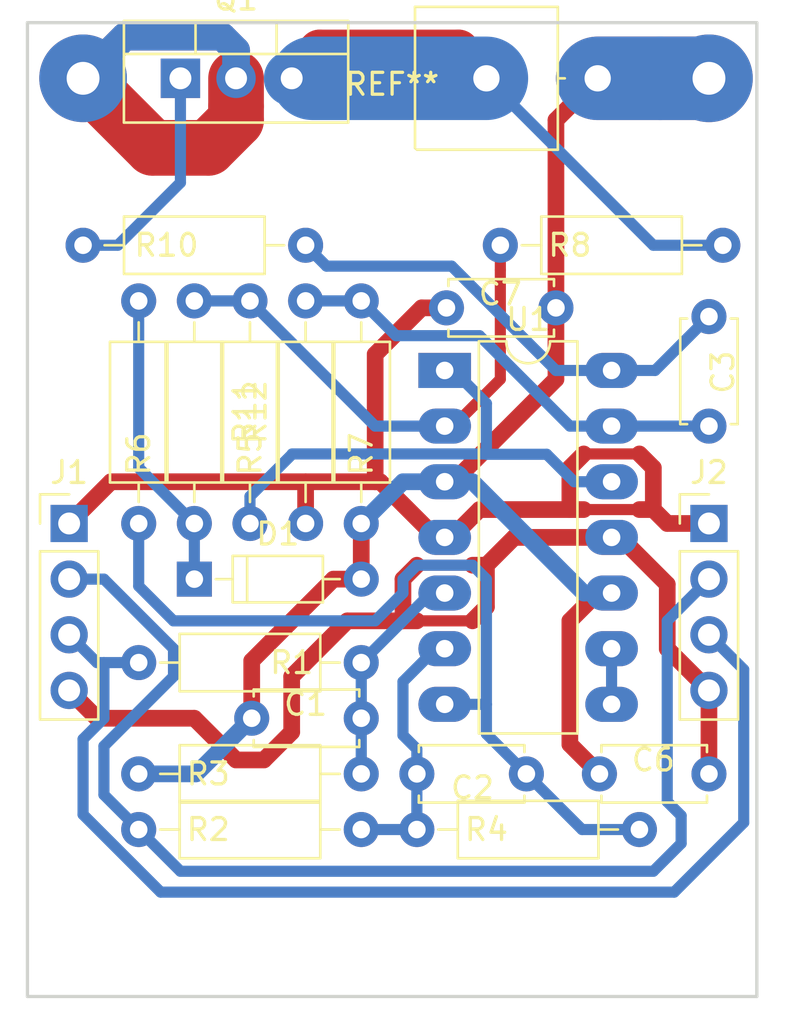
<source format=kicad_pcb>
(kicad_pcb (version 4) (host pcbnew 4.0.6)

  (general
    (links 46)
    (no_connects 1)
    (area 126.924999 95.174999 160.375001 139.775001)
    (thickness 1.6)
    (drawings 4)
    (tracks 177)
    (zones 0)
    (modules 27)
    (nets 18)
  )

  (page A4)
  (layers
    (0 F.Cu signal)
    (31 B.Cu signal)
    (32 B.Adhes user)
    (33 F.Adhes user)
    (34 B.Paste user)
    (35 F.Paste user)
    (36 B.SilkS user hide)
    (37 F.SilkS user hide)
    (38 B.Mask user)
    (39 F.Mask user)
    (40 Dwgs.User user)
    (41 Cmts.User user)
    (42 Eco1.User user)
    (43 Eco2.User user)
    (44 Edge.Cuts user)
    (45 Margin user)
    (46 B.CrtYd user)
    (47 F.CrtYd user)
    (48 B.Fab user)
    (49 F.Fab user)
  )

  (setup
    (last_trace_width 0.762)
    (user_trace_width 0.254)
    (user_trace_width 0.381)
    (user_trace_width 0.508)
    (user_trace_width 0.635)
    (user_trace_width 0.762)
    (user_trace_width 1.27)
    (user_trace_width 2.54)
    (user_trace_width 3.81)
    (trace_clearance 0.2)
    (zone_clearance 0.508)
    (zone_45_only no)
    (trace_min 0.2)
    (segment_width 1.27)
    (edge_width 0.15)
    (via_size 0.6)
    (via_drill 0.4)
    (via_min_size 0.4)
    (via_min_drill 0.3)
    (uvia_size 0.3)
    (uvia_drill 0.1)
    (uvias_allowed no)
    (uvia_min_size 0.2)
    (uvia_min_drill 0.1)
    (pcb_text_width 0.3)
    (pcb_text_size 1.5 1.5)
    (mod_edge_width 0.15)
    (mod_text_size 1 1)
    (mod_text_width 0.15)
    (pad_size 4 4)
    (pad_drill 1.5)
    (pad_to_mask_clearance 0.2)
    (aux_axis_origin 0 0)
    (visible_elements 7FFFFFFF)
    (pcbplotparams
      (layerselection 0x00030_80000001)
      (usegerberextensions false)
      (excludeedgelayer true)
      (linewidth 0.100000)
      (plotframeref false)
      (viasonmask false)
      (mode 1)
      (useauxorigin false)
      (hpglpennumber 1)
      (hpglpenspeed 20)
      (hpglpendiameter 15)
      (hpglpenoverlay 2)
      (psnegative false)
      (psa4output false)
      (plotreference true)
      (plotvalue true)
      (plotinvisibletext false)
      (padsonsilk false)
      (subtractmaskfromsilk false)
      (outputformat 1)
      (mirror false)
      (drillshape 1)
      (scaleselection 1)
      (outputdirectory ""))
  )

  (net 0 "")
  (net 1 GND)
  (net 2 "Net-(C1-Pad2)")
  (net 3 "Net-(C2-Pad1)")
  (net 4 "Net-(C2-Pad2)")
  (net 5 "Net-(C3-Pad1)")
  (net 6 VSS)
  (net 7 VDD)
  (net 8 "Net-(J1-Pad2)")
  (net 9 "Net-(J3-Pad1)")
  (net 10 "Net-(Q1-Pad1)")
  (net 11 "Net-(Q1-Pad3)")
  (net 12 "Net-(U1-Pad8)")
  (net 13 "Net-(C3-Pad2)")
  (net 14 "Net-(D1-Pad1)")
  (net 15 "Net-(J1-Pad3)")
  (net 16 "Net-(R11-Pad1)")
  (net 17 "Net-(R5-Pad2)")

  (net_class Default "This is the default net class."
    (clearance 0.2)
    (trace_width 0.25)
    (via_dia 0.6)
    (via_drill 0.4)
    (uvia_dia 0.3)
    (uvia_drill 0.1)
    (add_net GND)
    (add_net "Net-(C1-Pad2)")
    (add_net "Net-(C2-Pad1)")
    (add_net "Net-(C2-Pad2)")
    (add_net "Net-(C3-Pad1)")
    (add_net "Net-(C3-Pad2)")
    (add_net "Net-(D1-Pad1)")
    (add_net "Net-(J1-Pad2)")
    (add_net "Net-(J1-Pad3)")
    (add_net "Net-(J3-Pad1)")
    (add_net "Net-(Q1-Pad1)")
    (add_net "Net-(Q1-Pad3)")
    (add_net "Net-(R11-Pad1)")
    (add_net "Net-(R5-Pad2)")
    (add_net "Net-(U1-Pad8)")
    (add_net VDD)
    (add_net VSS)
  )

  (module Housings_DIP:DIP-14_W7.62mm_LongPads (layer F.Cu) (tedit 59C78D6B) (tstamp 5C251A70)
    (at 146.05 111.125)
    (descr "14-lead though-hole mounted DIP package, row spacing 7.62 mm (300 mils), LongPads")
    (tags "THT DIP DIL PDIP 2.54mm 7.62mm 300mil LongPads")
    (path /5C114EEC)
    (fp_text reference U1 (at 3.81 -2.33) (layer F.SilkS)
      (effects (font (size 1 1) (thickness 0.15)))
    )
    (fp_text value LM324 (at 3.81 15.875) (layer F.Fab)
      (effects (font (size 1 1) (thickness 0.15)))
    )
    (fp_arc (start 3.81 -1.33) (end 2.81 -1.33) (angle -180) (layer F.SilkS) (width 0.12))
    (fp_line (start 1.635 -1.27) (end 6.985 -1.27) (layer F.Fab) (width 0.1))
    (fp_line (start 6.985 -1.27) (end 6.985 16.51) (layer F.Fab) (width 0.1))
    (fp_line (start 6.985 16.51) (end 0.635 16.51) (layer F.Fab) (width 0.1))
    (fp_line (start 0.635 16.51) (end 0.635 -0.27) (layer F.Fab) (width 0.1))
    (fp_line (start 0.635 -0.27) (end 1.635 -1.27) (layer F.Fab) (width 0.1))
    (fp_line (start 2.81 -1.33) (end 1.56 -1.33) (layer F.SilkS) (width 0.12))
    (fp_line (start 1.56 -1.33) (end 1.56 16.57) (layer F.SilkS) (width 0.12))
    (fp_line (start 1.56 16.57) (end 6.06 16.57) (layer F.SilkS) (width 0.12))
    (fp_line (start 6.06 16.57) (end 6.06 -1.33) (layer F.SilkS) (width 0.12))
    (fp_line (start 6.06 -1.33) (end 4.81 -1.33) (layer F.SilkS) (width 0.12))
    (fp_line (start -1.45 -1.55) (end -1.45 16.8) (layer F.CrtYd) (width 0.05))
    (fp_line (start -1.45 16.8) (end 9.1 16.8) (layer F.CrtYd) (width 0.05))
    (fp_line (start 9.1 16.8) (end 9.1 -1.55) (layer F.CrtYd) (width 0.05))
    (fp_line (start 9.1 -1.55) (end -1.45 -1.55) (layer F.CrtYd) (width 0.05))
    (fp_text user %R (at 3.81 7.62) (layer F.Fab)
      (effects (font (size 1 1) (thickness 0.15)))
    )
    (pad 1 thru_hole rect (at 0 0) (size 2.4 1.6) (drill 0.8) (layers *.Cu *.Mask)
      (net 17 "Net-(R5-Pad2)"))
    (pad 8 thru_hole oval (at 7.62 15.24) (size 2.4 1.6) (drill 0.8) (layers *.Cu *.Mask)
      (net 12 "Net-(U1-Pad8)"))
    (pad 2 thru_hole oval (at 0 2.54) (size 2.4 1.6) (drill 0.8) (layers *.Cu *.Mask)
      (net 16 "Net-(R11-Pad1)"))
    (pad 9 thru_hole oval (at 7.62 12.7) (size 2.4 1.6) (drill 0.8) (layers *.Cu *.Mask)
      (net 12 "Net-(U1-Pad8)"))
    (pad 3 thru_hole oval (at 0 5.08) (size 2.4 1.6) (drill 0.8) (layers *.Cu *.Mask)
      (net 1 GND))
    (pad 10 thru_hole oval (at 7.62 10.16) (size 2.4 1.6) (drill 0.8) (layers *.Cu *.Mask)
      (net 1 GND))
    (pad 4 thru_hole oval (at 0 7.62) (size 2.4 1.6) (drill 0.8) (layers *.Cu *.Mask)
      (net 7 VDD))
    (pad 11 thru_hole oval (at 7.62 7.62) (size 2.4 1.6) (drill 0.8) (layers *.Cu *.Mask)
      (net 6 VSS))
    (pad 5 thru_hole oval (at 0 10.16) (size 2.4 1.6) (drill 0.8) (layers *.Cu *.Mask)
      (net 2 "Net-(C1-Pad2)"))
    (pad 12 thru_hole oval (at 7.62 5.08) (size 2.4 1.6) (drill 0.8) (layers *.Cu *.Mask)
      (net 17 "Net-(R5-Pad2)"))
    (pad 6 thru_hole oval (at 0 12.7) (size 2.4 1.6) (drill 0.8) (layers *.Cu *.Mask)
      (net 4 "Net-(C2-Pad2)"))
    (pad 13 thru_hole oval (at 7.62 2.54) (size 2.4 1.6) (drill 0.8) (layers *.Cu *.Mask)
      (net 13 "Net-(C3-Pad2)"))
    (pad 7 thru_hole oval (at 0 15.24) (size 2.4 1.6) (drill 0.8) (layers *.Cu *.Mask)
      (net 3 "Net-(C2-Pad1)"))
    (pad 14 thru_hole oval (at 7.62 0) (size 2.4 1.6) (drill 0.8) (layers *.Cu *.Mask)
      (net 5 "Net-(C3-Pad1)"))
    (model ${KISYS3DMOD}/Housings_DIP.3dshapes/DIP-14_W7.62mm.wrl
      (at (xyz 0 0 0))
      (scale (xyz 1 1 1))
      (rotate (xyz 0 0 0))
    )
  )

  (module Resistors_THT:R_Axial_DIN0207_L6.3mm_D2.5mm_P10.16mm_Horizontal (layer F.Cu) (tedit 5874F706) (tstamp 5C1A9BEC)
    (at 142.24 107.95 270)
    (descr "Resistor, Axial_DIN0207 series, Axial, Horizontal, pin pitch=10.16mm, 0.25W = 1/4W, length*diameter=6.3*2.5mm^2, http://cdn-reichelt.de/documents/datenblatt/B400/1_4W%23YAG.pdf")
    (tags "Resistor Axial_DIN0207 series Axial Horizontal pin pitch 10.16mm 0.25W = 1/4W length 6.3mm diameter 2.5mm")
    (path /5C11553A)
    (fp_text reference R7 (at 6.985 0 270) (layer F.SilkS)
      (effects (font (size 1 1) (thickness 0.15)))
    )
    (fp_text value 10k (at 3.175 0 270) (layer F.Fab)
      (effects (font (size 1 1) (thickness 0.15)))
    )
    (fp_line (start 1.93 -1.25) (end 1.93 1.25) (layer F.Fab) (width 0.1))
    (fp_line (start 1.93 1.25) (end 8.23 1.25) (layer F.Fab) (width 0.1))
    (fp_line (start 8.23 1.25) (end 8.23 -1.25) (layer F.Fab) (width 0.1))
    (fp_line (start 8.23 -1.25) (end 1.93 -1.25) (layer F.Fab) (width 0.1))
    (fp_line (start 0 0) (end 1.93 0) (layer F.Fab) (width 0.1))
    (fp_line (start 10.16 0) (end 8.23 0) (layer F.Fab) (width 0.1))
    (fp_line (start 1.87 -1.31) (end 1.87 1.31) (layer F.SilkS) (width 0.12))
    (fp_line (start 1.87 1.31) (end 8.29 1.31) (layer F.SilkS) (width 0.12))
    (fp_line (start 8.29 1.31) (end 8.29 -1.31) (layer F.SilkS) (width 0.12))
    (fp_line (start 8.29 -1.31) (end 1.87 -1.31) (layer F.SilkS) (width 0.12))
    (fp_line (start 0.98 0) (end 1.87 0) (layer F.SilkS) (width 0.12))
    (fp_line (start 9.18 0) (end 8.29 0) (layer F.SilkS) (width 0.12))
    (fp_line (start -1.05 -1.6) (end -1.05 1.6) (layer F.CrtYd) (width 0.05))
    (fp_line (start -1.05 1.6) (end 11.25 1.6) (layer F.CrtYd) (width 0.05))
    (fp_line (start 11.25 1.6) (end 11.25 -1.6) (layer F.CrtYd) (width 0.05))
    (fp_line (start 11.25 -1.6) (end -1.05 -1.6) (layer F.CrtYd) (width 0.05))
    (pad 1 thru_hole circle (at 0 0 270) (size 1.6 1.6) (drill 0.8) (layers *.Cu *.Mask)
      (net 13 "Net-(C3-Pad2)"))
    (pad 2 thru_hole oval (at 10.16 0 270) (size 1.6 1.6) (drill 0.8) (layers *.Cu *.Mask)
      (net 1 GND))
    (model ${KISYS3DMOD}/Resistors_THT.3dshapes/R_Axial_DIN0207_L6.3mm_D2.5mm_P10.16mm_Horizontal.wrl
      (at (xyz 0 0 0))
      (scale (xyz 0.393701 0.393701 0.393701))
      (rotate (xyz 0 0 0))
    )
  )

  (module Capacitors_THT:C_Disc_D4.7mm_W2.5mm_P5.00mm (layer F.Cu) (tedit 597BC7C2) (tstamp 5C1A9B7B)
    (at 137.24 127)
    (descr "C, Disc series, Radial, pin pitch=5.00mm, , diameter*width=4.7*2.5mm^2, Capacitor, http://www.vishay.com/docs/45233/krseries.pdf")
    (tags "C Disc series Radial pin pitch 5.00mm  diameter 4.7mm width 2.5mm Capacitor")
    (path /5C1A9128)
    (fp_text reference C1 (at 2.46 -0.635) (layer F.SilkS)
      (effects (font (size 1 1) (thickness 0.15)))
    )
    (fp_text value 1n (at 2.46 0.635) (layer F.Fab)
      (effects (font (size 1 1) (thickness 0.15)))
    )
    (fp_line (start 0.15 -1.25) (end 0.15 1.25) (layer F.Fab) (width 0.1))
    (fp_line (start 0.15 1.25) (end 4.85 1.25) (layer F.Fab) (width 0.1))
    (fp_line (start 4.85 1.25) (end 4.85 -1.25) (layer F.Fab) (width 0.1))
    (fp_line (start 4.85 -1.25) (end 0.15 -1.25) (layer F.Fab) (width 0.1))
    (fp_line (start 0.09 -1.31) (end 4.91 -1.31) (layer F.SilkS) (width 0.12))
    (fp_line (start 0.09 1.31) (end 4.91 1.31) (layer F.SilkS) (width 0.12))
    (fp_line (start 0.09 -1.31) (end 0.09 -0.996) (layer F.SilkS) (width 0.12))
    (fp_line (start 0.09 0.996) (end 0.09 1.31) (layer F.SilkS) (width 0.12))
    (fp_line (start 4.91 -1.31) (end 4.91 -0.996) (layer F.SilkS) (width 0.12))
    (fp_line (start 4.91 0.996) (end 4.91 1.31) (layer F.SilkS) (width 0.12))
    (fp_line (start -1.05 -1.6) (end -1.05 1.6) (layer F.CrtYd) (width 0.05))
    (fp_line (start -1.05 1.6) (end 6.05 1.6) (layer F.CrtYd) (width 0.05))
    (fp_line (start 6.05 1.6) (end 6.05 -1.6) (layer F.CrtYd) (width 0.05))
    (fp_line (start 6.05 -1.6) (end -1.05 -1.6) (layer F.CrtYd) (width 0.05))
    (fp_text user %R (at 2.46 -0.635) (layer F.Fab)
      (effects (font (size 1 1) (thickness 0.15)))
    )
    (pad 1 thru_hole circle (at 0 0) (size 1.6 1.6) (drill 0.8) (layers *.Cu *.Mask)
      (net 1 GND))
    (pad 2 thru_hole circle (at 5 0) (size 1.6 1.6) (drill 0.8) (layers *.Cu *.Mask)
      (net 2 "Net-(C1-Pad2)"))
    (model ${KISYS3DMOD}/Capacitors_THT.3dshapes/C_Disc_D4.7mm_W2.5mm_P5.00mm.wrl
      (at (xyz 0 0 0))
      (scale (xyz 1 1 1))
      (rotate (xyz 0 0 0))
    )
  )

  (module Capacitors_THT:C_Disc_D4.7mm_W2.5mm_P5.00mm (layer F.Cu) (tedit 597BC7C2) (tstamp 5C1A9B81)
    (at 149.78 129.54 180)
    (descr "C, Disc series, Radial, pin pitch=5.00mm, , diameter*width=4.7*2.5mm^2, Capacitor, http://www.vishay.com/docs/45233/krseries.pdf")
    (tags "C Disc series Radial pin pitch 5.00mm  diameter 4.7mm width 2.5mm Capacitor")
    (path /5C1A8FDE)
    (fp_text reference C2 (at 2.46 -0.635 180) (layer F.SilkS)
      (effects (font (size 1 1) (thickness 0.15)))
    )
    (fp_text value 1n (at 2.54 0.635 180) (layer F.Fab)
      (effects (font (size 1 1) (thickness 0.15)))
    )
    (fp_line (start 0.15 -1.25) (end 0.15 1.25) (layer F.Fab) (width 0.1))
    (fp_line (start 0.15 1.25) (end 4.85 1.25) (layer F.Fab) (width 0.1))
    (fp_line (start 4.85 1.25) (end 4.85 -1.25) (layer F.Fab) (width 0.1))
    (fp_line (start 4.85 -1.25) (end 0.15 -1.25) (layer F.Fab) (width 0.1))
    (fp_line (start 0.09 -1.31) (end 4.91 -1.31) (layer F.SilkS) (width 0.12))
    (fp_line (start 0.09 1.31) (end 4.91 1.31) (layer F.SilkS) (width 0.12))
    (fp_line (start 0.09 -1.31) (end 0.09 -0.996) (layer F.SilkS) (width 0.12))
    (fp_line (start 0.09 0.996) (end 0.09 1.31) (layer F.SilkS) (width 0.12))
    (fp_line (start 4.91 -1.31) (end 4.91 -0.996) (layer F.SilkS) (width 0.12))
    (fp_line (start 4.91 0.996) (end 4.91 1.31) (layer F.SilkS) (width 0.12))
    (fp_line (start -1.05 -1.6) (end -1.05 1.6) (layer F.CrtYd) (width 0.05))
    (fp_line (start -1.05 1.6) (end 6.05 1.6) (layer F.CrtYd) (width 0.05))
    (fp_line (start 6.05 1.6) (end 6.05 -1.6) (layer F.CrtYd) (width 0.05))
    (fp_line (start 6.05 -1.6) (end -1.05 -1.6) (layer F.CrtYd) (width 0.05))
    (fp_text user %R (at 2.54 -0.635 180) (layer F.Fab)
      (effects (font (size 1 1) (thickness 0.15)))
    )
    (pad 1 thru_hole circle (at 0 0 180) (size 1.6 1.6) (drill 0.8) (layers *.Cu *.Mask)
      (net 3 "Net-(C2-Pad1)"))
    (pad 2 thru_hole circle (at 5 0 180) (size 1.6 1.6) (drill 0.8) (layers *.Cu *.Mask)
      (net 4 "Net-(C2-Pad2)"))
    (model ${KISYS3DMOD}/Capacitors_THT.3dshapes/C_Disc_D4.7mm_W2.5mm_P5.00mm.wrl
      (at (xyz 0 0 0))
      (scale (xyz 1 1 1))
      (rotate (xyz 0 0 0))
    )
  )

  (module Capacitors_THT:C_Disc_D4.7mm_W2.5mm_P5.00mm (layer F.Cu) (tedit 597BC7C2) (tstamp 5C1A9B87)
    (at 158.115 108.665 270)
    (descr "C, Disc series, Radial, pin pitch=5.00mm, , diameter*width=4.7*2.5mm^2, Capacitor, http://www.vishay.com/docs/45233/krseries.pdf")
    (tags "C Disc series Radial pin pitch 5.00mm  diameter 4.7mm width 2.5mm Capacitor")
    (path /5C1179DF)
    (fp_text reference C3 (at 2.54 -0.635 270) (layer F.SilkS)
      (effects (font (size 1 1) (thickness 0.15)))
    )
    (fp_text value 10n (at 2.46 0.635 270) (layer F.Fab)
      (effects (font (size 1 1) (thickness 0.15)))
    )
    (fp_line (start 0.15 -1.25) (end 0.15 1.25) (layer F.Fab) (width 0.1))
    (fp_line (start 0.15 1.25) (end 4.85 1.25) (layer F.Fab) (width 0.1))
    (fp_line (start 4.85 1.25) (end 4.85 -1.25) (layer F.Fab) (width 0.1))
    (fp_line (start 4.85 -1.25) (end 0.15 -1.25) (layer F.Fab) (width 0.1))
    (fp_line (start 0.09 -1.31) (end 4.91 -1.31) (layer F.SilkS) (width 0.12))
    (fp_line (start 0.09 1.31) (end 4.91 1.31) (layer F.SilkS) (width 0.12))
    (fp_line (start 0.09 -1.31) (end 0.09 -0.996) (layer F.SilkS) (width 0.12))
    (fp_line (start 0.09 0.996) (end 0.09 1.31) (layer F.SilkS) (width 0.12))
    (fp_line (start 4.91 -1.31) (end 4.91 -0.996) (layer F.SilkS) (width 0.12))
    (fp_line (start 4.91 0.996) (end 4.91 1.31) (layer F.SilkS) (width 0.12))
    (fp_line (start -1.05 -1.6) (end -1.05 1.6) (layer F.CrtYd) (width 0.05))
    (fp_line (start -1.05 1.6) (end 6.05 1.6) (layer F.CrtYd) (width 0.05))
    (fp_line (start 6.05 1.6) (end 6.05 -1.6) (layer F.CrtYd) (width 0.05))
    (fp_line (start 6.05 -1.6) (end -1.05 -1.6) (layer F.CrtYd) (width 0.05))
    (fp_text user %R (at 2.46 -0.635 270) (layer F.Fab)
      (effects (font (size 1 1) (thickness 0.15)))
    )
    (pad 1 thru_hole circle (at 0 0 270) (size 1.6 1.6) (drill 0.8) (layers *.Cu *.Mask)
      (net 5 "Net-(C3-Pad1)"))
    (pad 2 thru_hole circle (at 5 0 270) (size 1.6 1.6) (drill 0.8) (layers *.Cu *.Mask)
      (net 13 "Net-(C3-Pad2)"))
    (model ${KISYS3DMOD}/Capacitors_THT.3dshapes/C_Disc_D4.7mm_W2.5mm_P5.00mm.wrl
      (at (xyz 0 0 0))
      (scale (xyz 1 1 1))
      (rotate (xyz 0 0 0))
    )
  )

  (module Capacitors_THT:C_Disc_D4.7mm_W2.5mm_P5.00mm (layer F.Cu) (tedit 597BC7C2) (tstamp 5C1A9B99)
    (at 158.115 129.54 180)
    (descr "C, Disc series, Radial, pin pitch=5.00mm, , diameter*width=4.7*2.5mm^2, Capacitor, http://www.vishay.com/docs/45233/krseries.pdf")
    (tags "C Disc series Radial pin pitch 5.00mm  diameter 4.7mm width 2.5mm Capacitor")
    (path /5C117E95)
    (fp_text reference C6 (at 2.54 0.635 180) (layer F.SilkS)
      (effects (font (size 1 1) (thickness 0.15)))
    )
    (fp_text value 10n (at 2.54 -0.635 180) (layer F.Fab)
      (effects (font (size 1 1) (thickness 0.15)))
    )
    (fp_line (start 0.15 -1.25) (end 0.15 1.25) (layer F.Fab) (width 0.1))
    (fp_line (start 0.15 1.25) (end 4.85 1.25) (layer F.Fab) (width 0.1))
    (fp_line (start 4.85 1.25) (end 4.85 -1.25) (layer F.Fab) (width 0.1))
    (fp_line (start 4.85 -1.25) (end 0.15 -1.25) (layer F.Fab) (width 0.1))
    (fp_line (start 0.09 -1.31) (end 4.91 -1.31) (layer F.SilkS) (width 0.12))
    (fp_line (start 0.09 1.31) (end 4.91 1.31) (layer F.SilkS) (width 0.12))
    (fp_line (start 0.09 -1.31) (end 0.09 -0.996) (layer F.SilkS) (width 0.12))
    (fp_line (start 0.09 0.996) (end 0.09 1.31) (layer F.SilkS) (width 0.12))
    (fp_line (start 4.91 -1.31) (end 4.91 -0.996) (layer F.SilkS) (width 0.12))
    (fp_line (start 4.91 0.996) (end 4.91 1.31) (layer F.SilkS) (width 0.12))
    (fp_line (start -1.05 -1.6) (end -1.05 1.6) (layer F.CrtYd) (width 0.05))
    (fp_line (start -1.05 1.6) (end 6.05 1.6) (layer F.CrtYd) (width 0.05))
    (fp_line (start 6.05 1.6) (end 6.05 -1.6) (layer F.CrtYd) (width 0.05))
    (fp_line (start 6.05 -1.6) (end -1.05 -1.6) (layer F.CrtYd) (width 0.05))
    (fp_text user %R (at 2.54 0.635 180) (layer F.Fab)
      (effects (font (size 1 1) (thickness 0.15)))
    )
    (pad 1 thru_hole circle (at 0 0 180) (size 1.6 1.6) (drill 0.8) (layers *.Cu *.Mask)
      (net 6 VSS))
    (pad 2 thru_hole circle (at 5 0 180) (size 1.6 1.6) (drill 0.8) (layers *.Cu *.Mask)
      (net 1 GND))
    (model ${KISYS3DMOD}/Capacitors_THT.3dshapes/C_Disc_D4.7mm_W2.5mm_P5.00mm.wrl
      (at (xyz 0 0 0))
      (scale (xyz 1 1 1))
      (rotate (xyz 0 0 0))
    )
  )

  (module Capacitors_THT:C_Disc_D4.7mm_W2.5mm_P5.00mm (layer F.Cu) (tedit 597BC7C2) (tstamp 5C1A9B9F)
    (at 146.13 108.2675)
    (descr "C, Disc series, Radial, pin pitch=5.00mm, , diameter*width=4.7*2.5mm^2, Capacitor, http://www.vishay.com/docs/45233/krseries.pdf")
    (tags "C Disc series Radial pin pitch 5.00mm  diameter 4.7mm width 2.5mm Capacitor")
    (path /5C117C27)
    (fp_text reference C7 (at 2.46 -0.635) (layer F.SilkS)
      (effects (font (size 1 1) (thickness 0.15)))
    )
    (fp_text value 10n (at 2.54 0.635) (layer F.Fab)
      (effects (font (size 1 1) (thickness 0.15)))
    )
    (fp_line (start 0.15 -1.25) (end 0.15 1.25) (layer F.Fab) (width 0.1))
    (fp_line (start 0.15 1.25) (end 4.85 1.25) (layer F.Fab) (width 0.1))
    (fp_line (start 4.85 1.25) (end 4.85 -1.25) (layer F.Fab) (width 0.1))
    (fp_line (start 4.85 -1.25) (end 0.15 -1.25) (layer F.Fab) (width 0.1))
    (fp_line (start 0.09 -1.31) (end 4.91 -1.31) (layer F.SilkS) (width 0.12))
    (fp_line (start 0.09 1.31) (end 4.91 1.31) (layer F.SilkS) (width 0.12))
    (fp_line (start 0.09 -1.31) (end 0.09 -0.996) (layer F.SilkS) (width 0.12))
    (fp_line (start 0.09 0.996) (end 0.09 1.31) (layer F.SilkS) (width 0.12))
    (fp_line (start 4.91 -1.31) (end 4.91 -0.996) (layer F.SilkS) (width 0.12))
    (fp_line (start 4.91 0.996) (end 4.91 1.31) (layer F.SilkS) (width 0.12))
    (fp_line (start -1.05 -1.6) (end -1.05 1.6) (layer F.CrtYd) (width 0.05))
    (fp_line (start -1.05 1.6) (end 6.05 1.6) (layer F.CrtYd) (width 0.05))
    (fp_line (start 6.05 1.6) (end 6.05 -1.6) (layer F.CrtYd) (width 0.05))
    (fp_line (start 6.05 -1.6) (end -1.05 -1.6) (layer F.CrtYd) (width 0.05))
    (fp_text user %R (at 2.54 -0.635) (layer F.Fab)
      (effects (font (size 1 1) (thickness 0.15)))
    )
    (pad 1 thru_hole circle (at 0 0) (size 1.6 1.6) (drill 0.8) (layers *.Cu *.Mask)
      (net 7 VDD))
    (pad 2 thru_hole circle (at 5 0) (size 1.6 1.6) (drill 0.8) (layers *.Cu *.Mask)
      (net 1 GND))
    (model ${KISYS3DMOD}/Capacitors_THT.3dshapes/C_Disc_D4.7mm_W2.5mm_P5.00mm.wrl
      (at (xyz 0 0 0))
      (scale (xyz 1 1 1))
      (rotate (xyz 0 0 0))
    )
  )

  (module Wire_Pads:SolderWirePad_single_2-5mmDrill (layer F.Cu) (tedit 5C55AD9B) (tstamp 5C1A9BB6)
    (at 129.54 97.79)
    (path /5C115286)
    (fp_text reference J3 (at 0 -5.08) (layer F.SilkS)
      (effects (font (size 1 1) (thickness 0.15)))
    )
    (fp_text value B+ (at 2.8575 -1.905) (layer F.Fab)
      (effects (font (size 1 1) (thickness 0.15)))
    )
    (pad 1 thru_hole circle (at 0 0) (size 4 4) (drill 1.5) (layers *.Cu *.Mask)
      (net 9 "Net-(J3-Pad1)"))
  )

  (module Wire_Pads:SolderWirePad_single_2-5mmDrill (layer F.Cu) (tedit 5C55ADA6) (tstamp 5C1A9BBB)
    (at 158.115 97.79)
    (path /5C115F91)
    (fp_text reference J4 (at 0 -5.08) (layer F.SilkS)
      (effects (font (size 1 1) (thickness 0.15)))
    )
    (fp_text value B- (at -2.54 -1.905) (layer F.Fab)
      (effects (font (size 1 1) (thickness 0.15)))
    )
    (pad 1 thru_hole circle (at 0 0) (size 4 4) (drill 1.5) (layers *.Cu *.Mask)
      (net 1 GND))
  )

  (module TO_SOT_Packages_THT:TO-220-3_Vertical (layer F.Cu) (tedit 58CE52AD) (tstamp 5C1A9BC2)
    (at 133.985 97.79)
    (descr "TO-220-3, Vertical, RM 2.54mm")
    (tags "TO-220-3 Vertical RM 2.54mm")
    (path /5C114E48)
    (fp_text reference Q1 (at 2.54 -3.62) (layer F.SilkS)
      (effects (font (size 1 1) (thickness 0.15)))
    )
    (fp_text value IRFI540 (at 0.635 -1.905) (layer F.Fab)
      (effects (font (size 1 1) (thickness 0.15)))
    )
    (fp_text user %R (at 6.35 -1.905) (layer F.Fab)
      (effects (font (size 1 1) (thickness 0.15)))
    )
    (fp_line (start -2.46 -2.5) (end -2.46 1.9) (layer F.Fab) (width 0.1))
    (fp_line (start -2.46 1.9) (end 7.54 1.9) (layer F.Fab) (width 0.1))
    (fp_line (start 7.54 1.9) (end 7.54 -2.5) (layer F.Fab) (width 0.1))
    (fp_line (start 7.54 -2.5) (end -2.46 -2.5) (layer F.Fab) (width 0.1))
    (fp_line (start -2.46 -1.23) (end 7.54 -1.23) (layer F.Fab) (width 0.1))
    (fp_line (start 0.69 -2.5) (end 0.69 -1.23) (layer F.Fab) (width 0.1))
    (fp_line (start 4.39 -2.5) (end 4.39 -1.23) (layer F.Fab) (width 0.1))
    (fp_line (start -2.58 -2.62) (end 7.66 -2.62) (layer F.SilkS) (width 0.12))
    (fp_line (start -2.58 2.021) (end 7.66 2.021) (layer F.SilkS) (width 0.12))
    (fp_line (start -2.58 -2.62) (end -2.58 2.021) (layer F.SilkS) (width 0.12))
    (fp_line (start 7.66 -2.62) (end 7.66 2.021) (layer F.SilkS) (width 0.12))
    (fp_line (start -2.58 -1.11) (end 7.66 -1.11) (layer F.SilkS) (width 0.12))
    (fp_line (start 0.69 -2.62) (end 0.69 -1.11) (layer F.SilkS) (width 0.12))
    (fp_line (start 4.391 -2.62) (end 4.391 -1.11) (layer F.SilkS) (width 0.12))
    (fp_line (start -2.71 -2.75) (end -2.71 2.16) (layer F.CrtYd) (width 0.05))
    (fp_line (start -2.71 2.16) (end 7.79 2.16) (layer F.CrtYd) (width 0.05))
    (fp_line (start 7.79 2.16) (end 7.79 -2.75) (layer F.CrtYd) (width 0.05))
    (fp_line (start 7.79 -2.75) (end -2.71 -2.75) (layer F.CrtYd) (width 0.05))
    (pad 1 thru_hole rect (at 0 0) (size 1.8 1.8) (drill 1) (layers *.Cu *.Mask)
      (net 10 "Net-(Q1-Pad1)"))
    (pad 2 thru_hole oval (at 2.54 0) (size 1.8 1.8) (drill 1) (layers *.Cu *.Mask)
      (net 9 "Net-(J3-Pad1)"))
    (pad 3 thru_hole oval (at 5.08 0) (size 1.8 1.8) (drill 1) (layers *.Cu *.Mask)
      (net 11 "Net-(Q1-Pad3)"))
    (model ${KISYS3DMOD}/TO_SOT_Packages_THT.3dshapes/TO-220-3_Vertical.wrl
      (at (xyz 0.1 0 0))
      (scale (xyz 0.393701 0.393701 0.393701))
      (rotate (xyz 0 0 0))
    )
  )

  (module Resistors_THT:R_Axial_DIN0207_L6.3mm_D2.5mm_P10.16mm_Horizontal (layer F.Cu) (tedit 5874F706) (tstamp 5C1A9BC8)
    (at 142.24 124.46 180)
    (descr "Resistor, Axial_DIN0207 series, Axial, Horizontal, pin pitch=10.16mm, 0.25W = 1/4W, length*diameter=6.3*2.5mm^2, http://cdn-reichelt.de/documents/datenblatt/B400/1_4W%23YAG.pdf")
    (tags "Resistor Axial_DIN0207 series Axial Horizontal pin pitch 10.16mm 0.25W = 1/4W length 6.3mm diameter 2.5mm")
    (path /5C1169DC)
    (fp_text reference R1 (at 3.175 0 180) (layer F.SilkS)
      (effects (font (size 1 1) (thickness 0.15)))
    )
    (fp_text value 10k (at 6.6675 0 180) (layer F.Fab)
      (effects (font (size 1 1) (thickness 0.15)))
    )
    (fp_line (start 1.93 -1.25) (end 1.93 1.25) (layer F.Fab) (width 0.1))
    (fp_line (start 1.93 1.25) (end 8.23 1.25) (layer F.Fab) (width 0.1))
    (fp_line (start 8.23 1.25) (end 8.23 -1.25) (layer F.Fab) (width 0.1))
    (fp_line (start 8.23 -1.25) (end 1.93 -1.25) (layer F.Fab) (width 0.1))
    (fp_line (start 0 0) (end 1.93 0) (layer F.Fab) (width 0.1))
    (fp_line (start 10.16 0) (end 8.23 0) (layer F.Fab) (width 0.1))
    (fp_line (start 1.87 -1.31) (end 1.87 1.31) (layer F.SilkS) (width 0.12))
    (fp_line (start 1.87 1.31) (end 8.29 1.31) (layer F.SilkS) (width 0.12))
    (fp_line (start 8.29 1.31) (end 8.29 -1.31) (layer F.SilkS) (width 0.12))
    (fp_line (start 8.29 -1.31) (end 1.87 -1.31) (layer F.SilkS) (width 0.12))
    (fp_line (start 0.98 0) (end 1.87 0) (layer F.SilkS) (width 0.12))
    (fp_line (start 9.18 0) (end 8.29 0) (layer F.SilkS) (width 0.12))
    (fp_line (start -1.05 -1.6) (end -1.05 1.6) (layer F.CrtYd) (width 0.05))
    (fp_line (start -1.05 1.6) (end 11.25 1.6) (layer F.CrtYd) (width 0.05))
    (fp_line (start 11.25 1.6) (end 11.25 -1.6) (layer F.CrtYd) (width 0.05))
    (fp_line (start 11.25 -1.6) (end -1.05 -1.6) (layer F.CrtYd) (width 0.05))
    (pad 1 thru_hole circle (at 0 0 180) (size 1.6 1.6) (drill 0.8) (layers *.Cu *.Mask)
      (net 2 "Net-(C1-Pad2)"))
    (pad 2 thru_hole oval (at 10.16 0 180) (size 1.6 1.6) (drill 0.8) (layers *.Cu *.Mask)
      (net 15 "Net-(J1-Pad3)"))
    (model ${KISYS3DMOD}/Resistors_THT.3dshapes/R_Axial_DIN0207_L6.3mm_D2.5mm_P10.16mm_Horizontal.wrl
      (at (xyz 0 0 0))
      (scale (xyz 0.393701 0.393701 0.393701))
      (rotate (xyz 0 0 0))
    )
  )

  (module Resistors_THT:R_Axial_DIN0207_L6.3mm_D2.5mm_P10.16mm_Horizontal (layer F.Cu) (tedit 5874F706) (tstamp 5C1A9BCE)
    (at 142.24 132.08 180)
    (descr "Resistor, Axial_DIN0207 series, Axial, Horizontal, pin pitch=10.16mm, 0.25W = 1/4W, length*diameter=6.3*2.5mm^2, http://cdn-reichelt.de/documents/datenblatt/B400/1_4W%23YAG.pdf")
    (tags "Resistor Axial_DIN0207 series Axial Horizontal pin pitch 10.16mm 0.25W = 1/4W length 6.3mm diameter 2.5mm")
    (path /5C11699F)
    (fp_text reference R2 (at 6.985 0 180) (layer F.SilkS)
      (effects (font (size 1 1) (thickness 0.15)))
    )
    (fp_text value 10k (at 3.4925 0 180) (layer F.Fab)
      (effects (font (size 1 1) (thickness 0.15)))
    )
    (fp_line (start 1.93 -1.25) (end 1.93 1.25) (layer F.Fab) (width 0.1))
    (fp_line (start 1.93 1.25) (end 8.23 1.25) (layer F.Fab) (width 0.1))
    (fp_line (start 8.23 1.25) (end 8.23 -1.25) (layer F.Fab) (width 0.1))
    (fp_line (start 8.23 -1.25) (end 1.93 -1.25) (layer F.Fab) (width 0.1))
    (fp_line (start 0 0) (end 1.93 0) (layer F.Fab) (width 0.1))
    (fp_line (start 10.16 0) (end 8.23 0) (layer F.Fab) (width 0.1))
    (fp_line (start 1.87 -1.31) (end 1.87 1.31) (layer F.SilkS) (width 0.12))
    (fp_line (start 1.87 1.31) (end 8.29 1.31) (layer F.SilkS) (width 0.12))
    (fp_line (start 8.29 1.31) (end 8.29 -1.31) (layer F.SilkS) (width 0.12))
    (fp_line (start 8.29 -1.31) (end 1.87 -1.31) (layer F.SilkS) (width 0.12))
    (fp_line (start 0.98 0) (end 1.87 0) (layer F.SilkS) (width 0.12))
    (fp_line (start 9.18 0) (end 8.29 0) (layer F.SilkS) (width 0.12))
    (fp_line (start -1.05 -1.6) (end -1.05 1.6) (layer F.CrtYd) (width 0.05))
    (fp_line (start -1.05 1.6) (end 11.25 1.6) (layer F.CrtYd) (width 0.05))
    (fp_line (start 11.25 1.6) (end 11.25 -1.6) (layer F.CrtYd) (width 0.05))
    (fp_line (start 11.25 -1.6) (end -1.05 -1.6) (layer F.CrtYd) (width 0.05))
    (pad 1 thru_hole circle (at 0 0 180) (size 1.6 1.6) (drill 0.8) (layers *.Cu *.Mask)
      (net 4 "Net-(C2-Pad2)"))
    (pad 2 thru_hole oval (at 10.16 0 180) (size 1.6 1.6) (drill 0.8) (layers *.Cu *.Mask)
      (net 8 "Net-(J1-Pad2)"))
    (model ${KISYS3DMOD}/Resistors_THT.3dshapes/R_Axial_DIN0207_L6.3mm_D2.5mm_P10.16mm_Horizontal.wrl
      (at (xyz 0 0 0))
      (scale (xyz 0.393701 0.393701 0.393701))
      (rotate (xyz 0 0 0))
    )
  )

  (module Resistors_THT:R_Axial_DIN0207_L6.3mm_D2.5mm_P10.16mm_Horizontal (layer F.Cu) (tedit 5874F706) (tstamp 5C1A9BD4)
    (at 142.24 129.54 180)
    (descr "Resistor, Axial_DIN0207 series, Axial, Horizontal, pin pitch=10.16mm, 0.25W = 1/4W, length*diameter=6.3*2.5mm^2, http://cdn-reichelt.de/documents/datenblatt/B400/1_4W%23YAG.pdf")
    (tags "Resistor Axial_DIN0207 series Axial Horizontal pin pitch 10.16mm 0.25W = 1/4W length 6.3mm diameter 2.5mm")
    (path /5C116B11)
    (fp_text reference R3 (at 6.985 0 180) (layer F.SilkS)
      (effects (font (size 1 1) (thickness 0.15)))
    )
    (fp_text value 5k11 (at 3.4925 0 180) (layer F.Fab)
      (effects (font (size 1 1) (thickness 0.15)))
    )
    (fp_line (start 1.93 -1.25) (end 1.93 1.25) (layer F.Fab) (width 0.1))
    (fp_line (start 1.93 1.25) (end 8.23 1.25) (layer F.Fab) (width 0.1))
    (fp_line (start 8.23 1.25) (end 8.23 -1.25) (layer F.Fab) (width 0.1))
    (fp_line (start 8.23 -1.25) (end 1.93 -1.25) (layer F.Fab) (width 0.1))
    (fp_line (start 0 0) (end 1.93 0) (layer F.Fab) (width 0.1))
    (fp_line (start 10.16 0) (end 8.23 0) (layer F.Fab) (width 0.1))
    (fp_line (start 1.87 -1.31) (end 1.87 1.31) (layer F.SilkS) (width 0.12))
    (fp_line (start 1.87 1.31) (end 8.29 1.31) (layer F.SilkS) (width 0.12))
    (fp_line (start 8.29 1.31) (end 8.29 -1.31) (layer F.SilkS) (width 0.12))
    (fp_line (start 8.29 -1.31) (end 1.87 -1.31) (layer F.SilkS) (width 0.12))
    (fp_line (start 0.98 0) (end 1.87 0) (layer F.SilkS) (width 0.12))
    (fp_line (start 9.18 0) (end 8.29 0) (layer F.SilkS) (width 0.12))
    (fp_line (start -1.05 -1.6) (end -1.05 1.6) (layer F.CrtYd) (width 0.05))
    (fp_line (start -1.05 1.6) (end 11.25 1.6) (layer F.CrtYd) (width 0.05))
    (fp_line (start 11.25 1.6) (end 11.25 -1.6) (layer F.CrtYd) (width 0.05))
    (fp_line (start 11.25 -1.6) (end -1.05 -1.6) (layer F.CrtYd) (width 0.05))
    (pad 1 thru_hole circle (at 0 0 180) (size 1.6 1.6) (drill 0.8) (layers *.Cu *.Mask)
      (net 2 "Net-(C1-Pad2)"))
    (pad 2 thru_hole oval (at 10.16 0 180) (size 1.6 1.6) (drill 0.8) (layers *.Cu *.Mask)
      (net 1 GND))
    (model ${KISYS3DMOD}/Resistors_THT.3dshapes/R_Axial_DIN0207_L6.3mm_D2.5mm_P10.16mm_Horizontal.wrl
      (at (xyz 0 0 0))
      (scale (xyz 0.393701 0.393701 0.393701))
      (rotate (xyz 0 0 0))
    )
  )

  (module Resistors_THT:R_Axial_DIN0207_L6.3mm_D2.5mm_P10.16mm_Horizontal (layer F.Cu) (tedit 5874F706) (tstamp 5C1A9BDA)
    (at 154.94 132.08 180)
    (descr "Resistor, Axial_DIN0207 series, Axial, Horizontal, pin pitch=10.16mm, 0.25W = 1/4W, length*diameter=6.3*2.5mm^2, http://cdn-reichelt.de/documents/datenblatt/B400/1_4W%23YAG.pdf")
    (tags "Resistor Axial_DIN0207 series Axial Horizontal pin pitch 10.16mm 0.25W = 1/4W length 6.3mm diameter 2.5mm")
    (path /5C116930)
    (fp_text reference R4 (at 6.985 0 180) (layer F.SilkS)
      (effects (font (size 1 1) (thickness 0.15)))
    )
    (fp_text value 5k11 (at 3.4925 0 180) (layer F.Fab)
      (effects (font (size 1 1) (thickness 0.15)))
    )
    (fp_line (start 1.93 -1.25) (end 1.93 1.25) (layer F.Fab) (width 0.1))
    (fp_line (start 1.93 1.25) (end 8.23 1.25) (layer F.Fab) (width 0.1))
    (fp_line (start 8.23 1.25) (end 8.23 -1.25) (layer F.Fab) (width 0.1))
    (fp_line (start 8.23 -1.25) (end 1.93 -1.25) (layer F.Fab) (width 0.1))
    (fp_line (start 0 0) (end 1.93 0) (layer F.Fab) (width 0.1))
    (fp_line (start 10.16 0) (end 8.23 0) (layer F.Fab) (width 0.1))
    (fp_line (start 1.87 -1.31) (end 1.87 1.31) (layer F.SilkS) (width 0.12))
    (fp_line (start 1.87 1.31) (end 8.29 1.31) (layer F.SilkS) (width 0.12))
    (fp_line (start 8.29 1.31) (end 8.29 -1.31) (layer F.SilkS) (width 0.12))
    (fp_line (start 8.29 -1.31) (end 1.87 -1.31) (layer F.SilkS) (width 0.12))
    (fp_line (start 0.98 0) (end 1.87 0) (layer F.SilkS) (width 0.12))
    (fp_line (start 9.18 0) (end 8.29 0) (layer F.SilkS) (width 0.12))
    (fp_line (start -1.05 -1.6) (end -1.05 1.6) (layer F.CrtYd) (width 0.05))
    (fp_line (start -1.05 1.6) (end 11.25 1.6) (layer F.CrtYd) (width 0.05))
    (fp_line (start 11.25 1.6) (end 11.25 -1.6) (layer F.CrtYd) (width 0.05))
    (fp_line (start 11.25 -1.6) (end -1.05 -1.6) (layer F.CrtYd) (width 0.05))
    (pad 1 thru_hole circle (at 0 0 180) (size 1.6 1.6) (drill 0.8) (layers *.Cu *.Mask)
      (net 3 "Net-(C2-Pad1)"))
    (pad 2 thru_hole oval (at 10.16 0 180) (size 1.6 1.6) (drill 0.8) (layers *.Cu *.Mask)
      (net 4 "Net-(C2-Pad2)"))
    (model ${KISYS3DMOD}/Resistors_THT.3dshapes/R_Axial_DIN0207_L6.3mm_D2.5mm_P10.16mm_Horizontal.wrl
      (at (xyz 0 0 0))
      (scale (xyz 0.393701 0.393701 0.393701))
      (rotate (xyz 0 0 0))
    )
  )

  (module Resistors_THT:R_Axial_DIN0207_L6.3mm_D2.5mm_P10.16mm_Horizontal (layer F.Cu) (tedit 5C56D4CA) (tstamp 5C1A9BE0)
    (at 137.16 107.95 270)
    (descr "Resistor, Axial_DIN0207 series, Axial, Horizontal, pin pitch=10.16mm, 0.25W = 1/4W, length*diameter=6.3*2.5mm^2, http://cdn-reichelt.de/documents/datenblatt/B400/1_4W%23YAG.pdf")
    (tags "Resistor Axial_DIN0207 series Axial Horizontal pin pitch 10.16mm 0.25W = 1/4W length 6.3mm diameter 2.5mm")
    (path /5C11543C)
    (fp_text reference R5 (at 6.985 0 270) (layer F.SilkS)
      (effects (font (size 1 1) (thickness 0.15)))
    )
    (fp_text value 12k1 (at 3.81 0 270) (layer F.Fab)
      (effects (font (size 1 1) (thickness 0.15)))
    )
    (fp_line (start 1.93 -1.25) (end 1.93 1.25) (layer F.Fab) (width 0.1))
    (fp_line (start 1.93 1.25) (end 8.23 1.25) (layer F.Fab) (width 0.1))
    (fp_line (start 8.23 1.25) (end 8.23 -1.25) (layer F.Fab) (width 0.1))
    (fp_line (start 8.23 -1.25) (end 1.93 -1.25) (layer F.Fab) (width 0.1))
    (fp_line (start 0 0) (end 1.93 0) (layer F.Fab) (width 0.1))
    (fp_line (start 10.16 0) (end 8.23 0) (layer F.Fab) (width 0.1))
    (fp_line (start 1.87 -1.31) (end 1.87 1.31) (layer F.SilkS) (width 0.12))
    (fp_line (start 1.87 1.31) (end 8.29 1.31) (layer F.SilkS) (width 0.12))
    (fp_line (start 8.29 1.31) (end 8.29 -1.31) (layer F.SilkS) (width 0.12))
    (fp_line (start 8.29 -1.31) (end 1.87 -1.31) (layer F.SilkS) (width 0.12))
    (fp_line (start 0.98 0) (end 1.87 0) (layer F.SilkS) (width 0.12))
    (fp_line (start 9.18 0) (end 8.29 0) (layer F.SilkS) (width 0.12))
    (fp_line (start -1.05 -1.6) (end -1.05 1.6) (layer F.CrtYd) (width 0.05))
    (fp_line (start -1.05 1.6) (end 11.25 1.6) (layer F.CrtYd) (width 0.05))
    (fp_line (start 11.25 1.6) (end 11.25 -1.6) (layer F.CrtYd) (width 0.05))
    (fp_line (start 11.25 -1.6) (end -1.05 -1.6) (layer F.CrtYd) (width 0.05))
    (pad 1 thru_hole circle (at 0 0 270) (size 1.6 1.6) (drill 0.8) (layers *.Cu *.Mask)
      (net 16 "Net-(R11-Pad1)"))
    (pad 2 thru_hole oval (at 10.16 0 270) (size 1.6 1.6) (drill 0.8) (layers *.Cu *.Mask)
      (net 17 "Net-(R5-Pad2)"))
    (model ${KISYS3DMOD}/Resistors_THT.3dshapes/R_Axial_DIN0207_L6.3mm_D2.5mm_P10.16mm_Horizontal.wrl
      (at (xyz 0 0 0))
      (scale (xyz 0.393701 0.393701 0.393701))
      (rotate (xyz 0 0 0))
    )
  )

  (module Resistors_THT:R_Axial_DIN0207_L6.3mm_D2.5mm_P10.16mm_Horizontal (layer F.Cu) (tedit 5C56D4D4) (tstamp 5C1A9BE6)
    (at 132.08 118.11 90)
    (descr "Resistor, Axial_DIN0207 series, Axial, Horizontal, pin pitch=10.16mm, 0.25W = 1/4W, length*diameter=6.3*2.5mm^2, http://cdn-reichelt.de/documents/datenblatt/B400/1_4W%23YAG.pdf")
    (tags "Resistor Axial_DIN0207 series Axial Horizontal pin pitch 10.16mm 0.25W = 1/4W length 6.3mm diameter 2.5mm")
    (path /5C1155B9)
    (fp_text reference R6 (at 3.175 0 90) (layer F.SilkS)
      (effects (font (size 1 1) (thickness 0.15)))
    )
    (fp_text value 3k01 (at 6.35 0 90) (layer F.Fab)
      (effects (font (size 1 1) (thickness 0.15)))
    )
    (fp_line (start 1.93 -1.25) (end 1.93 1.25) (layer F.Fab) (width 0.1))
    (fp_line (start 1.93 1.25) (end 8.23 1.25) (layer F.Fab) (width 0.1))
    (fp_line (start 8.23 1.25) (end 8.23 -1.25) (layer F.Fab) (width 0.1))
    (fp_line (start 8.23 -1.25) (end 1.93 -1.25) (layer F.Fab) (width 0.1))
    (fp_line (start 0 0) (end 1.93 0) (layer F.Fab) (width 0.1))
    (fp_line (start 10.16 0) (end 8.23 0) (layer F.Fab) (width 0.1))
    (fp_line (start 1.87 -1.31) (end 1.87 1.31) (layer F.SilkS) (width 0.12))
    (fp_line (start 1.87 1.31) (end 8.29 1.31) (layer F.SilkS) (width 0.12))
    (fp_line (start 8.29 1.31) (end 8.29 -1.31) (layer F.SilkS) (width 0.12))
    (fp_line (start 8.29 -1.31) (end 1.87 -1.31) (layer F.SilkS) (width 0.12))
    (fp_line (start 0.98 0) (end 1.87 0) (layer F.SilkS) (width 0.12))
    (fp_line (start 9.18 0) (end 8.29 0) (layer F.SilkS) (width 0.12))
    (fp_line (start -1.05 -1.6) (end -1.05 1.6) (layer F.CrtYd) (width 0.05))
    (fp_line (start -1.05 1.6) (end 11.25 1.6) (layer F.CrtYd) (width 0.05))
    (fp_line (start 11.25 1.6) (end 11.25 -1.6) (layer F.CrtYd) (width 0.05))
    (fp_line (start 11.25 -1.6) (end -1.05 -1.6) (layer F.CrtYd) (width 0.05))
    (pad 1 thru_hole circle (at 0 0 90) (size 1.6 1.6) (drill 0.8) (layers *.Cu *.Mask)
      (net 3 "Net-(C2-Pad1)"))
    (pad 2 thru_hole oval (at 10.16 0 90) (size 1.6 1.6) (drill 0.8) (layers *.Cu *.Mask)
      (net 14 "Net-(D1-Pad1)"))
    (model ${KISYS3DMOD}/Resistors_THT.3dshapes/R_Axial_DIN0207_L6.3mm_D2.5mm_P10.16mm_Horizontal.wrl
      (at (xyz 0 0 0))
      (scale (xyz 0.393701 0.393701 0.393701))
      (rotate (xyz 0 0 0))
    )
  )

  (module Resistors_THT:R_Axial_DIN0207_L6.3mm_D2.5mm_P10.16mm_Horizontal (layer F.Cu) (tedit 5874F706) (tstamp 5C1A9BF2)
    (at 158.75 105.41 180)
    (descr "Resistor, Axial_DIN0207 series, Axial, Horizontal, pin pitch=10.16mm, 0.25W = 1/4W, length*diameter=6.3*2.5mm^2, http://cdn-reichelt.de/documents/datenblatt/B400/1_4W%23YAG.pdf")
    (tags "Resistor Axial_DIN0207 series Axial Horizontal pin pitch 10.16mm 0.25W = 1/4W length 6.3mm diameter 2.5mm")
    (path /5C115481)
    (fp_text reference R8 (at 6.985 0 180) (layer F.SilkS)
      (effects (font (size 1 1) (thickness 0.15)))
    )
    (fp_text value 1k (at 3.81 0 180) (layer F.Fab)
      (effects (font (size 1 1) (thickness 0.15)))
    )
    (fp_line (start 1.93 -1.25) (end 1.93 1.25) (layer F.Fab) (width 0.1))
    (fp_line (start 1.93 1.25) (end 8.23 1.25) (layer F.Fab) (width 0.1))
    (fp_line (start 8.23 1.25) (end 8.23 -1.25) (layer F.Fab) (width 0.1))
    (fp_line (start 8.23 -1.25) (end 1.93 -1.25) (layer F.Fab) (width 0.1))
    (fp_line (start 0 0) (end 1.93 0) (layer F.Fab) (width 0.1))
    (fp_line (start 10.16 0) (end 8.23 0) (layer F.Fab) (width 0.1))
    (fp_line (start 1.87 -1.31) (end 1.87 1.31) (layer F.SilkS) (width 0.12))
    (fp_line (start 1.87 1.31) (end 8.29 1.31) (layer F.SilkS) (width 0.12))
    (fp_line (start 8.29 1.31) (end 8.29 -1.31) (layer F.SilkS) (width 0.12))
    (fp_line (start 8.29 -1.31) (end 1.87 -1.31) (layer F.SilkS) (width 0.12))
    (fp_line (start 0.98 0) (end 1.87 0) (layer F.SilkS) (width 0.12))
    (fp_line (start 9.18 0) (end 8.29 0) (layer F.SilkS) (width 0.12))
    (fp_line (start -1.05 -1.6) (end -1.05 1.6) (layer F.CrtYd) (width 0.05))
    (fp_line (start -1.05 1.6) (end 11.25 1.6) (layer F.CrtYd) (width 0.05))
    (fp_line (start 11.25 1.6) (end 11.25 -1.6) (layer F.CrtYd) (width 0.05))
    (fp_line (start 11.25 -1.6) (end -1.05 -1.6) (layer F.CrtYd) (width 0.05))
    (pad 1 thru_hole circle (at 0 0 180) (size 1.6 1.6) (drill 0.8) (layers *.Cu *.Mask)
      (net 11 "Net-(Q1-Pad3)"))
    (pad 2 thru_hole oval (at 10.16 0 180) (size 1.6 1.6) (drill 0.8) (layers *.Cu *.Mask)
      (net 16 "Net-(R11-Pad1)"))
    (model ${KISYS3DMOD}/Resistors_THT.3dshapes/R_Axial_DIN0207_L6.3mm_D2.5mm_P10.16mm_Horizontal.wrl
      (at (xyz 0 0 0))
      (scale (xyz 0.393701 0.393701 0.393701))
      (rotate (xyz 0 0 0))
    )
  )

  (module Resistors_THT:R_Axial_Power_L20.0mm_W6.4mm_P5.08mm_Vertical (layer F.Cu) (tedit 5874F706) (tstamp 5C1A9BF8)
    (at 147.955 97.79)
    (descr "Resistor, Axial_Power series, Axial, Vertical, pin pitch=5.08mm, 4W, length*width*height=20*6.4*6.4mm^3, http://cdn-reichelt.de/documents/datenblatt/B400/5WAXIAL_9WAXIAL_11WAXIAL_17WAXIAL%23YAG.pdf")
    (tags "Resistor Axial_Power series Axial Vertical pin pitch 5.08mm 4W length 20mm width 6.4mm height 6.4mm")
    (path /5C114ECF)
    (fp_text reference R9 (at 2.54 -4.26) (layer F.SilkS)
      (effects (font (size 1 1) (thickness 0.15)))
    )
    (fp_text value "0R1 7W" (at 2.54 -1.905) (layer F.Fab)
      (effects (font (size 1 1) (thickness 0.15)))
    )
    (fp_line (start -3.2 -3.2) (end -3.2 3.2) (layer F.Fab) (width 0.1))
    (fp_line (start -3.2 3.2) (end 3.2 3.2) (layer F.Fab) (width 0.1))
    (fp_line (start 3.2 3.2) (end 3.2 -3.2) (layer F.Fab) (width 0.1))
    (fp_line (start 3.2 -3.2) (end -3.2 -3.2) (layer F.Fab) (width 0.1))
    (fp_line (start 0 0) (end 5.08 0) (layer F.Fab) (width 0.1))
    (fp_line (start -3.26 -3.26) (end -3.26 3.26) (layer F.SilkS) (width 0.12))
    (fp_line (start -3.26 3.26) (end 3.26 3.26) (layer F.SilkS) (width 0.12))
    (fp_line (start 3.26 3.26) (end 3.26 -3.26) (layer F.SilkS) (width 0.12))
    (fp_line (start 3.26 -3.26) (end -3.26 -3.26) (layer F.SilkS) (width 0.12))
    (fp_line (start 3.26 0) (end 3.58 0) (layer F.SilkS) (width 0.12))
    (fp_line (start -3.55 -3.55) (end -3.55 3.55) (layer F.CrtYd) (width 0.05))
    (fp_line (start -3.55 3.55) (end 6.6 3.55) (layer F.CrtYd) (width 0.05))
    (fp_line (start 6.6 3.55) (end 6.6 -3.55) (layer F.CrtYd) (width 0.05))
    (fp_line (start 6.6 -3.55) (end -3.55 -3.55) (layer F.CrtYd) (width 0.05))
    (pad 1 thru_hole circle (at 0 0) (size 2.4 2.4) (drill 1.2) (layers *.Cu *.Mask)
      (net 11 "Net-(Q1-Pad3)"))
    (pad 2 thru_hole oval (at 5.08 0) (size 2.4 2.4) (drill 1.2) (layers *.Cu *.Mask)
      (net 1 GND))
    (model ${KISYS3DMOD}/Resistors_THT.3dshapes/R_Axial_Power_L20.0mm_W6.4mm_P5.08mm_Vertical.wrl
      (at (xyz 0 0 0))
      (scale (xyz 0.393701 0.393701 0.393701))
      (rotate (xyz 0 0 0))
    )
  )

  (module Resistors_THT:R_Axial_DIN0207_L6.3mm_D2.5mm_P10.16mm_Horizontal (layer F.Cu) (tedit 5874F706) (tstamp 5C1A9BFE)
    (at 129.54 105.41)
    (descr "Resistor, Axial_DIN0207 series, Axial, Horizontal, pin pitch=10.16mm, 0.25W = 1/4W, length*diameter=6.3*2.5mm^2, http://cdn-reichelt.de/documents/datenblatt/B400/1_4W%23YAG.pdf")
    (tags "Resistor Axial_DIN0207 series Axial Horizontal pin pitch 10.16mm 0.25W = 1/4W length 6.3mm diameter 2.5mm")
    (path /5C1AAA3C)
    (fp_text reference R10 (at 3.81 0) (layer F.SilkS)
      (effects (font (size 1 1) (thickness 0.15)))
    )
    (fp_text value 1k (at 6.985 0) (layer F.Fab)
      (effects (font (size 1 1) (thickness 0.15)))
    )
    (fp_line (start 1.93 -1.25) (end 1.93 1.25) (layer F.Fab) (width 0.1))
    (fp_line (start 1.93 1.25) (end 8.23 1.25) (layer F.Fab) (width 0.1))
    (fp_line (start 8.23 1.25) (end 8.23 -1.25) (layer F.Fab) (width 0.1))
    (fp_line (start 8.23 -1.25) (end 1.93 -1.25) (layer F.Fab) (width 0.1))
    (fp_line (start 0 0) (end 1.93 0) (layer F.Fab) (width 0.1))
    (fp_line (start 10.16 0) (end 8.23 0) (layer F.Fab) (width 0.1))
    (fp_line (start 1.87 -1.31) (end 1.87 1.31) (layer F.SilkS) (width 0.12))
    (fp_line (start 1.87 1.31) (end 8.29 1.31) (layer F.SilkS) (width 0.12))
    (fp_line (start 8.29 1.31) (end 8.29 -1.31) (layer F.SilkS) (width 0.12))
    (fp_line (start 8.29 -1.31) (end 1.87 -1.31) (layer F.SilkS) (width 0.12))
    (fp_line (start 0.98 0) (end 1.87 0) (layer F.SilkS) (width 0.12))
    (fp_line (start 9.18 0) (end 8.29 0) (layer F.SilkS) (width 0.12))
    (fp_line (start -1.05 -1.6) (end -1.05 1.6) (layer F.CrtYd) (width 0.05))
    (fp_line (start -1.05 1.6) (end 11.25 1.6) (layer F.CrtYd) (width 0.05))
    (fp_line (start 11.25 1.6) (end 11.25 -1.6) (layer F.CrtYd) (width 0.05))
    (fp_line (start 11.25 -1.6) (end -1.05 -1.6) (layer F.CrtYd) (width 0.05))
    (pad 1 thru_hole circle (at 0 0) (size 1.6 1.6) (drill 0.8) (layers *.Cu *.Mask)
      (net 10 "Net-(Q1-Pad1)"))
    (pad 2 thru_hole oval (at 10.16 0) (size 1.6 1.6) (drill 0.8) (layers *.Cu *.Mask)
      (net 5 "Net-(C3-Pad1)"))
    (model ${KISYS3DMOD}/Resistors_THT.3dshapes/R_Axial_DIN0207_L6.3mm_D2.5mm_P10.16mm_Horizontal.wrl
      (at (xyz 0 0 0))
      (scale (xyz 0.393701 0.393701 0.393701))
      (rotate (xyz 0 0 0))
    )
  )

  (module Diodes_THT:D_DO-35_SOD27_P7.62mm_Horizontal (layer F.Cu) (tedit 5921392F) (tstamp 5C58AAE7)
    (at 134.62 120.65)
    (descr "D, DO-35_SOD27 series, Axial, Horizontal, pin pitch=7.62mm, , length*diameter=4*2mm^2, , http://www.diodes.com/_files/packages/DO-35.pdf")
    (tags "D DO-35_SOD27 series Axial Horizontal pin pitch 7.62mm  length 4mm diameter 2mm")
    (path /5C58B195)
    (fp_text reference D1 (at 3.81 -2.06) (layer F.SilkS)
      (effects (font (size 1 1) (thickness 0.15)))
    )
    (fp_text value 2v7 (at 3.81 2.06) (layer F.Fab)
      (effects (font (size 1 1) (thickness 0.15)))
    )
    (fp_text user %R (at 3.81 0) (layer F.Fab)
      (effects (font (size 1 1) (thickness 0.15)))
    )
    (fp_line (start 1.81 -1) (end 1.81 1) (layer F.Fab) (width 0.1))
    (fp_line (start 1.81 1) (end 5.81 1) (layer F.Fab) (width 0.1))
    (fp_line (start 5.81 1) (end 5.81 -1) (layer F.Fab) (width 0.1))
    (fp_line (start 5.81 -1) (end 1.81 -1) (layer F.Fab) (width 0.1))
    (fp_line (start 0 0) (end 1.81 0) (layer F.Fab) (width 0.1))
    (fp_line (start 7.62 0) (end 5.81 0) (layer F.Fab) (width 0.1))
    (fp_line (start 2.41 -1) (end 2.41 1) (layer F.Fab) (width 0.1))
    (fp_line (start 1.75 -1.06) (end 1.75 1.06) (layer F.SilkS) (width 0.12))
    (fp_line (start 1.75 1.06) (end 5.87 1.06) (layer F.SilkS) (width 0.12))
    (fp_line (start 5.87 1.06) (end 5.87 -1.06) (layer F.SilkS) (width 0.12))
    (fp_line (start 5.87 -1.06) (end 1.75 -1.06) (layer F.SilkS) (width 0.12))
    (fp_line (start 0.98 0) (end 1.75 0) (layer F.SilkS) (width 0.12))
    (fp_line (start 6.64 0) (end 5.87 0) (layer F.SilkS) (width 0.12))
    (fp_line (start 2.41 -1.06) (end 2.41 1.06) (layer F.SilkS) (width 0.12))
    (fp_line (start -1.05 -1.35) (end -1.05 1.35) (layer F.CrtYd) (width 0.05))
    (fp_line (start -1.05 1.35) (end 8.7 1.35) (layer F.CrtYd) (width 0.05))
    (fp_line (start 8.7 1.35) (end 8.7 -1.35) (layer F.CrtYd) (width 0.05))
    (fp_line (start 8.7 -1.35) (end -1.05 -1.35) (layer F.CrtYd) (width 0.05))
    (pad 1 thru_hole rect (at 0 0) (size 1.6 1.6) (drill 0.8) (layers *.Cu *.Mask)
      (net 14 "Net-(D1-Pad1)"))
    (pad 2 thru_hole oval (at 7.62 0) (size 1.6 1.6) (drill 0.8) (layers *.Cu *.Mask)
      (net 1 GND))
    (model ${KISYS3DMOD}/Diodes_THT.3dshapes/D_DO-35_SOD27_P7.62mm_Horizontal.wrl
      (at (xyz 0 0 0))
      (scale (xyz 0.393701 0.393701 0.393701))
      (rotate (xyz 0 0 0))
    )
  )

  (module Resistors_THT:R_Axial_DIN0207_L6.3mm_D2.5mm_P10.16mm_Horizontal (layer F.Cu) (tedit 5874F706) (tstamp 5C58AAED)
    (at 134.62 107.95 270)
    (descr "Resistor, Axial_DIN0207 series, Axial, Horizontal, pin pitch=10.16mm, 0.25W = 1/4W, length*diameter=6.3*2.5mm^2, http://cdn-reichelt.de/documents/datenblatt/B400/1_4W%23YAG.pdf")
    (tags "Resistor Axial_DIN0207 series Axial Horizontal pin pitch 10.16mm 0.25W = 1/4W length 6.3mm diameter 2.5mm")
    (path /5C58AE17)
    (fp_text reference R11 (at 5.08 -2.31 270) (layer F.SilkS)
      (effects (font (size 1 1) (thickness 0.15)))
    )
    (fp_text value 3k01 (at 3.81 0 270) (layer F.Fab)
      (effects (font (size 1 1) (thickness 0.15)))
    )
    (fp_line (start 1.93 -1.25) (end 1.93 1.25) (layer F.Fab) (width 0.1))
    (fp_line (start 1.93 1.25) (end 8.23 1.25) (layer F.Fab) (width 0.1))
    (fp_line (start 8.23 1.25) (end 8.23 -1.25) (layer F.Fab) (width 0.1))
    (fp_line (start 8.23 -1.25) (end 1.93 -1.25) (layer F.Fab) (width 0.1))
    (fp_line (start 0 0) (end 1.93 0) (layer F.Fab) (width 0.1))
    (fp_line (start 10.16 0) (end 8.23 0) (layer F.Fab) (width 0.1))
    (fp_line (start 1.87 -1.31) (end 1.87 1.31) (layer F.SilkS) (width 0.12))
    (fp_line (start 1.87 1.31) (end 8.29 1.31) (layer F.SilkS) (width 0.12))
    (fp_line (start 8.29 1.31) (end 8.29 -1.31) (layer F.SilkS) (width 0.12))
    (fp_line (start 8.29 -1.31) (end 1.87 -1.31) (layer F.SilkS) (width 0.12))
    (fp_line (start 0.98 0) (end 1.87 0) (layer F.SilkS) (width 0.12))
    (fp_line (start 9.18 0) (end 8.29 0) (layer F.SilkS) (width 0.12))
    (fp_line (start -1.05 -1.6) (end -1.05 1.6) (layer F.CrtYd) (width 0.05))
    (fp_line (start -1.05 1.6) (end 11.25 1.6) (layer F.CrtYd) (width 0.05))
    (fp_line (start 11.25 1.6) (end 11.25 -1.6) (layer F.CrtYd) (width 0.05))
    (fp_line (start 11.25 -1.6) (end -1.05 -1.6) (layer F.CrtYd) (width 0.05))
    (pad 1 thru_hole circle (at 0 0 270) (size 1.6 1.6) (drill 0.8) (layers *.Cu *.Mask)
      (net 16 "Net-(R11-Pad1)"))
    (pad 2 thru_hole oval (at 10.16 0 270) (size 1.6 1.6) (drill 0.8) (layers *.Cu *.Mask)
      (net 14 "Net-(D1-Pad1)"))
    (model ${KISYS3DMOD}/Resistors_THT.3dshapes/R_Axial_DIN0207_L6.3mm_D2.5mm_P10.16mm_Horizontal.wrl
      (at (xyz 0 0 0))
      (scale (xyz 0.393701 0.393701 0.393701))
      (rotate (xyz 0 0 0))
    )
  )

  (module Resistors_THT:R_Axial_DIN0207_L6.3mm_D2.5mm_P10.16mm_Horizontal (layer F.Cu) (tedit 5874F706) (tstamp 5C58AAF3)
    (at 139.7 118.11 90)
    (descr "Resistor, Axial_DIN0207 series, Axial, Horizontal, pin pitch=10.16mm, 0.25W = 1/4W, length*diameter=6.3*2.5mm^2, http://cdn-reichelt.de/documents/datenblatt/B400/1_4W%23YAG.pdf")
    (tags "Resistor Axial_DIN0207 series Axial Horizontal pin pitch 10.16mm 0.25W = 1/4W length 6.3mm diameter 2.5mm")
    (path /5C58E59E)
    (fp_text reference R12 (at 5.08 -2.31 90) (layer F.SilkS)
      (effects (font (size 1 1) (thickness 0.15)))
    )
    (fp_text value 2M37 (at 5.715 0 90) (layer F.Fab)
      (effects (font (size 1 1) (thickness 0.15)))
    )
    (fp_line (start 1.93 -1.25) (end 1.93 1.25) (layer F.Fab) (width 0.1))
    (fp_line (start 1.93 1.25) (end 8.23 1.25) (layer F.Fab) (width 0.1))
    (fp_line (start 8.23 1.25) (end 8.23 -1.25) (layer F.Fab) (width 0.1))
    (fp_line (start 8.23 -1.25) (end 1.93 -1.25) (layer F.Fab) (width 0.1))
    (fp_line (start 0 0) (end 1.93 0) (layer F.Fab) (width 0.1))
    (fp_line (start 10.16 0) (end 8.23 0) (layer F.Fab) (width 0.1))
    (fp_line (start 1.87 -1.31) (end 1.87 1.31) (layer F.SilkS) (width 0.12))
    (fp_line (start 1.87 1.31) (end 8.29 1.31) (layer F.SilkS) (width 0.12))
    (fp_line (start 8.29 1.31) (end 8.29 -1.31) (layer F.SilkS) (width 0.12))
    (fp_line (start 8.29 -1.31) (end 1.87 -1.31) (layer F.SilkS) (width 0.12))
    (fp_line (start 0.98 0) (end 1.87 0) (layer F.SilkS) (width 0.12))
    (fp_line (start 9.18 0) (end 8.29 0) (layer F.SilkS) (width 0.12))
    (fp_line (start -1.05 -1.6) (end -1.05 1.6) (layer F.CrtYd) (width 0.05))
    (fp_line (start -1.05 1.6) (end 11.25 1.6) (layer F.CrtYd) (width 0.05))
    (fp_line (start 11.25 1.6) (end 11.25 -1.6) (layer F.CrtYd) (width 0.05))
    (fp_line (start 11.25 -1.6) (end -1.05 -1.6) (layer F.CrtYd) (width 0.05))
    (pad 1 thru_hole circle (at 0 0 90) (size 1.6 1.6) (drill 0.8) (layers *.Cu *.Mask)
      (net 7 VDD))
    (pad 2 thru_hole oval (at 10.16 0 90) (size 1.6 1.6) (drill 0.8) (layers *.Cu *.Mask)
      (net 13 "Net-(C3-Pad2)"))
    (model ${KISYS3DMOD}/Resistors_THT.3dshapes/R_Axial_DIN0207_L6.3mm_D2.5mm_P10.16mm_Horizontal.wrl
      (at (xyz 0 0 0))
      (scale (xyz 0.393701 0.393701 0.393701))
      (rotate (xyz 0 0 0))
    )
  )

  (module Pin_Headers:Pin_Header_Straight_1x04_Pitch2.54mm (layer F.Cu) (tedit 59650532) (tstamp 5C58AB35)
    (at 128.905 118.11)
    (descr "Through hole straight pin header, 1x04, 2.54mm pitch, single row")
    (tags "Through hole pin header THT 1x04 2.54mm single row")
    (path /5C1A9908)
    (fp_text reference J1 (at 0 -2.33) (layer F.SilkS)
      (effects (font (size 1 1) (thickness 0.15)))
    )
    (fp_text value "CTL IN" (at 0 9.95) (layer F.Fab)
      (effects (font (size 1 1) (thickness 0.15)))
    )
    (fp_line (start -0.635 -1.27) (end 1.27 -1.27) (layer F.Fab) (width 0.1))
    (fp_line (start 1.27 -1.27) (end 1.27 8.89) (layer F.Fab) (width 0.1))
    (fp_line (start 1.27 8.89) (end -1.27 8.89) (layer F.Fab) (width 0.1))
    (fp_line (start -1.27 8.89) (end -1.27 -0.635) (layer F.Fab) (width 0.1))
    (fp_line (start -1.27 -0.635) (end -0.635 -1.27) (layer F.Fab) (width 0.1))
    (fp_line (start -1.33 8.95) (end 1.33 8.95) (layer F.SilkS) (width 0.12))
    (fp_line (start -1.33 1.27) (end -1.33 8.95) (layer F.SilkS) (width 0.12))
    (fp_line (start 1.33 1.27) (end 1.33 8.95) (layer F.SilkS) (width 0.12))
    (fp_line (start -1.33 1.27) (end 1.33 1.27) (layer F.SilkS) (width 0.12))
    (fp_line (start -1.33 0) (end -1.33 -1.33) (layer F.SilkS) (width 0.12))
    (fp_line (start -1.33 -1.33) (end 0 -1.33) (layer F.SilkS) (width 0.12))
    (fp_line (start -1.8 -1.8) (end -1.8 9.4) (layer F.CrtYd) (width 0.05))
    (fp_line (start -1.8 9.4) (end 1.8 9.4) (layer F.CrtYd) (width 0.05))
    (fp_line (start 1.8 9.4) (end 1.8 -1.8) (layer F.CrtYd) (width 0.05))
    (fp_line (start 1.8 -1.8) (end -1.8 -1.8) (layer F.CrtYd) (width 0.05))
    (fp_text user %R (at 0 3.81 90) (layer F.Fab)
      (effects (font (size 1 1) (thickness 0.15)))
    )
    (pad 1 thru_hole rect (at 0 0) (size 1.7 1.7) (drill 1) (layers *.Cu *.Mask)
      (net 7 VDD))
    (pad 2 thru_hole oval (at 0 2.54) (size 1.7 1.7) (drill 1) (layers *.Cu *.Mask)
      (net 8 "Net-(J1-Pad2)"))
    (pad 3 thru_hole oval (at 0 5.08) (size 1.7 1.7) (drill 1) (layers *.Cu *.Mask)
      (net 15 "Net-(J1-Pad3)"))
    (pad 4 thru_hole oval (at 0 7.62) (size 1.7 1.7) (drill 1) (layers *.Cu *.Mask)
      (net 6 VSS))
    (model ${KISYS3DMOD}/Pin_Headers.3dshapes/Pin_Header_Straight_1x04_Pitch2.54mm.wrl
      (at (xyz 0 0 0))
      (scale (xyz 1 1 1))
      (rotate (xyz 0 0 0))
    )
  )

  (module Pin_Headers:Pin_Header_Straight_1x04_Pitch2.54mm (layer F.Cu) (tedit 59650532) (tstamp 5C58AB3D)
    (at 158.115 118.11)
    (descr "Through hole straight pin header, 1x04, 2.54mm pitch, single row")
    (tags "Through hole pin header THT 1x04 2.54mm single row")
    (path /5C1A9D5A)
    (fp_text reference J2 (at 0 -2.33) (layer F.SilkS)
      (effects (font (size 1 1) (thickness 0.15)))
    )
    (fp_text value "CTL OUT" (at 0 9.95) (layer F.Fab)
      (effects (font (size 1 1) (thickness 0.15)))
    )
    (fp_line (start -0.635 -1.27) (end 1.27 -1.27) (layer F.Fab) (width 0.1))
    (fp_line (start 1.27 -1.27) (end 1.27 8.89) (layer F.Fab) (width 0.1))
    (fp_line (start 1.27 8.89) (end -1.27 8.89) (layer F.Fab) (width 0.1))
    (fp_line (start -1.27 8.89) (end -1.27 -0.635) (layer F.Fab) (width 0.1))
    (fp_line (start -1.27 -0.635) (end -0.635 -1.27) (layer F.Fab) (width 0.1))
    (fp_line (start -1.33 8.95) (end 1.33 8.95) (layer F.SilkS) (width 0.12))
    (fp_line (start -1.33 1.27) (end -1.33 8.95) (layer F.SilkS) (width 0.12))
    (fp_line (start 1.33 1.27) (end 1.33 8.95) (layer F.SilkS) (width 0.12))
    (fp_line (start -1.33 1.27) (end 1.33 1.27) (layer F.SilkS) (width 0.12))
    (fp_line (start -1.33 0) (end -1.33 -1.33) (layer F.SilkS) (width 0.12))
    (fp_line (start -1.33 -1.33) (end 0 -1.33) (layer F.SilkS) (width 0.12))
    (fp_line (start -1.8 -1.8) (end -1.8 9.4) (layer F.CrtYd) (width 0.05))
    (fp_line (start -1.8 9.4) (end 1.8 9.4) (layer F.CrtYd) (width 0.05))
    (fp_line (start 1.8 9.4) (end 1.8 -1.8) (layer F.CrtYd) (width 0.05))
    (fp_line (start 1.8 -1.8) (end -1.8 -1.8) (layer F.CrtYd) (width 0.05))
    (fp_text user %R (at 0 3.81 90) (layer F.Fab)
      (effects (font (size 1 1) (thickness 0.15)))
    )
    (pad 1 thru_hole rect (at 0 0) (size 1.7 1.7) (drill 1) (layers *.Cu *.Mask)
      (net 7 VDD))
    (pad 2 thru_hole oval (at 0 2.54) (size 1.7 1.7) (drill 1) (layers *.Cu *.Mask)
      (net 8 "Net-(J1-Pad2)"))
    (pad 3 thru_hole oval (at 0 5.08) (size 1.7 1.7) (drill 1) (layers *.Cu *.Mask)
      (net 15 "Net-(J1-Pad3)"))
    (pad 4 thru_hole oval (at 0 7.62) (size 1.7 1.7) (drill 1) (layers *.Cu *.Mask)
      (net 6 VSS))
    (model ${KISYS3DMOD}/Pin_Headers.3dshapes/Pin_Header_Straight_1x04_Pitch2.54mm.wrl
      (at (xyz 0 0 0))
      (scale (xyz 1 1 1))
      (rotate (xyz 0 0 0))
    )
  )

  (module Mounting_Holes:MountingHole_3.2mm_M3 (layer F.Cu) (tedit 5C58BB9F) (tstamp 5C58BA31)
    (at 129.2225 137.4775)
    (descr "Mounting Hole 3.2mm, no annular, M3")
    (tags "mounting hole 3.2mm no annular m3")
    (attr virtual)
    (fp_text reference M1 (at 0 -4.2) (layer F.SilkS) hide
      (effects (font (size 1 1) (thickness 0.15)))
    )
    (fp_text value MountingHole_3.2mm_M3 (at 0 4.2) (layer F.Fab) hide
      (effects (font (size 1 1) (thickness 0.15)))
    )
    (fp_text user %R (at 0.3 0) (layer F.Fab)
      (effects (font (size 1 1) (thickness 0.15)))
    )
    (fp_circle (center 0 0) (end 3.2 0) (layer Cmts.User) (width 0.15))
    (fp_circle (center 0 0) (end 3.45 0) (layer F.CrtYd) (width 0.05))
    (pad 1 np_thru_hole circle (at 0 0) (size 3.2 3.2) (drill 3.2) (layers *.Cu *.Mask))
  )

  (module Mounting_Holes:MountingHole_3.2mm_M3 (layer F.Cu) (tedit 5C58BB8A) (tstamp 5C58BB30)
    (at 158.115 137.4775)
    (descr "Mounting Hole 3.2mm, no annular, M3")
    (tags "mounting hole 3.2mm no annular m3")
    (attr virtual)
    (fp_text reference M2 (at 0 -4.2) (layer F.SilkS) hide
      (effects (font (size 1 1) (thickness 0.15)))
    )
    (fp_text value MountingHole_3.2mm_M3 (at 0 4.2) (layer F.Fab) hide
      (effects (font (size 1 1) (thickness 0.15)))
    )
    (fp_text user %R (at 0.3 0) (layer F.Fab)
      (effects (font (size 1 1) (thickness 0.15)))
    )
    (fp_circle (center 0 0) (end 3.2 0) (layer Cmts.User) (width 0.15))
    (fp_circle (center 0 0) (end 3.45 0) (layer F.CrtYd) (width 0.05))
    (pad 1 np_thru_hole circle (at 0 0) (size 3.2 3.2) (drill 3.2) (layers *.Cu *.Mask))
  )

  (module Mounting_Holes:MountingHole_3.2mm_M3 (layer F.Cu) (tedit 56D1B4CB) (tstamp 5C58BBB5)
    (at 143.65 102.2604)
    (descr "Mounting Hole 3.2mm, no annular, M3")
    (tags "mounting hole 3.2mm no annular m3")
    (attr virtual)
    (fp_text reference REF** (at 0 -4.2) (layer F.SilkS)
      (effects (font (size 1 1) (thickness 0.15)))
    )
    (fp_text value MountingHole_3.2mm_M3 (at 0 4.2) (layer F.Fab)
      (effects (font (size 1 1) (thickness 0.15)))
    )
    (fp_text user %R (at 0.3 0) (layer F.Fab)
      (effects (font (size 1 1) (thickness 0.15)))
    )
    (fp_circle (center 0 0) (end 3.2 0) (layer Cmts.User) (width 0.15))
    (fp_circle (center 0 0) (end 3.45 0) (layer F.CrtYd) (width 0.05))
    (pad 1 np_thru_hole circle (at 0 0) (size 3.2 3.2) (drill 3.2) (layers *.Cu *.Mask))
  )

  (gr_line (start 127 139.7) (end 160.3 139.7) (layer Edge.Cuts) (width 0.15))
  (gr_line (start 160.3 95.25) (end 160.3 139.7) (layer Edge.Cuts) (width 0.15))
  (gr_line (start 127 95.25) (end 127 139.7) (layer Edge.Cuts) (width 0.15))
  (gr_line (start 127 95.25) (end 160.3 95.25) (layer Edge.Cuts) (width 0.15))

  (segment (start 142.24 120.65) (end 142.24 118.11) (width 0.762) (layer F.Cu) (net 1))
  (segment (start 144.145 116.205) (end 146.05 116.205) (width 0.762) (layer B.Cu) (net 1))
  (segment (start 142.24 118.11) (end 144.145 116.205) (width 0.762) (layer B.Cu) (net 1))
  (segment (start 151.13 108.2675) (end 151.13 99.695) (width 0.762) (layer F.Cu) (net 1))
  (segment (start 151.13 99.695) (end 153.035 97.79) (width 0.762) (layer F.Cu) (net 1))
  (segment (start 151.13 111.525) (end 151.13 108.2675) (width 0.762) (layer F.Cu) (net 1))
  (segment (start 137.24 124.38) (end 140.97 120.65) (width 0.762) (layer F.Cu) (net 1))
  (segment (start 140.97 120.65) (end 142.24 120.65) (width 0.762) (layer F.Cu) (net 1))
  (segment (start 146.45 116.205) (end 151.13 111.525) (width 0.762) (layer F.Cu) (net 1))
  (segment (start 132.08 129.54) (end 134.7 129.54) (width 0.762) (layer B.Cu) (net 1))
  (segment (start 134.7 129.54) (end 137.24 127) (width 0.762) (layer B.Cu) (net 1))
  (segment (start 137.24 127) (end 137.24 124.38) (width 0.762) (layer F.Cu) (net 1))
  (segment (start 152.4 121.285) (end 153.67 121.285) (width 0.762) (layer B.Cu) (net 1))
  (segment (start 147.32 116.205) (end 152.4 121.285) (width 0.762) (layer B.Cu) (net 1))
  (segment (start 146.05 116.205) (end 147.32 116.205) (width 0.762) (layer B.Cu) (net 1))
  (segment (start 151.765 122.555) (end 151.765 128.19) (width 0.762) (layer F.Cu) (net 1))
  (segment (start 151.765 128.19) (end 153.115 129.54) (width 0.762) (layer F.Cu) (net 1))
  (segment (start 153.035 121.285) (end 151.765 122.555) (width 0.762) (layer F.Cu) (net 1))
  (segment (start 153.67 121.285) (end 153.035 121.285) (width 0.762) (layer F.Cu) (net 1))
  (segment (start 146.45 116.205) (end 146.05 116.205) (width 0.762) (layer F.Cu) (net 1))
  (segment (start 132.08 129.54) (end 132.16 129.54) (width 0.762) (layer F.Cu) (net 1) (status 30))
  (segment (start 153.035 97.79) (end 158.115 97.79) (width 3.81) (layer F.Cu) (net 1) (status 30))
  (segment (start 153.035 97.79) (end 155.8925 97.79) (width 3.81) (layer B.Cu) (net 1) (status 10))
  (segment (start 155.8925 97.79) (end 158.115 97.79) (width 3.81) (layer B.Cu) (net 1) (status 20))
  (segment (start 156.21 98.1075) (end 155.8925 97.79) (width 0.508) (layer B.Cu) (net 1) (status 10))
  (segment (start 142.24 124.46) (end 145.415 121.285) (width 0.508) (layer B.Cu) (net 2) (status 30))
  (segment (start 145.415 121.285) (end 146.05 121.285) (width 0.508) (layer B.Cu) (net 2) (status 30))
  (segment (start 142.24 127) (end 142.24 124.46) (width 0.508) (layer B.Cu) (net 2) (status 30))
  (segment (start 142.24 129.54) (end 142.24 127) (width 0.508) (layer B.Cu) (net 2) (status 30))
  (segment (start 132.08 118.11) (end 132.08 120.9675) (width 0.508) (layer B.Cu) (net 3))
  (segment (start 132.08 120.9675) (end 133.6675 122.555) (width 0.508) (layer B.Cu) (net 3))
  (segment (start 133.6675 122.555) (end 142.875 122.555) (width 0.508) (layer B.Cu) (net 3))
  (segment (start 142.875 122.555) (end 144.145 121.285) (width 0.508) (layer B.Cu) (net 3))
  (segment (start 144.145 121.285) (end 144.145 120.65) (width 0.508) (layer B.Cu) (net 3))
  (segment (start 144.145 120.65) (end 144.78 120.015) (width 0.508) (layer B.Cu) (net 3))
  (segment (start 144.78 120.015) (end 147.32 120.015) (width 0.508) (layer B.Cu) (net 3))
  (segment (start 147.32 120.015) (end 147.955 120.65) (width 0.508) (layer B.Cu) (net 3))
  (segment (start 147.955 120.65) (end 147.955 126.365) (width 0.508) (layer B.Cu) (net 3))
  (segment (start 154.94 132.08) (end 152.32 132.08) (width 0.508) (layer B.Cu) (net 3))
  (segment (start 152.32 132.08) (end 149.78 129.54) (width 0.508) (layer B.Cu) (net 3))
  (segment (start 147.955 126.365) (end 147.955 127.715) (width 0.508) (layer B.Cu) (net 3))
  (segment (start 146.05 126.365) (end 147.955 126.365) (width 0.508) (layer B.Cu) (net 3))
  (segment (start 147.955 127.715) (end 149.78 129.54) (width 0.508) (layer B.Cu) (net 3))
  (segment (start 144.78 129.54) (end 144.78 128.40863) (width 0.508) (layer B.Cu) (net 4))
  (segment (start 144.78 128.40863) (end 144.145 127.77363) (width 0.508) (layer B.Cu) (net 4))
  (segment (start 144.145 127.77363) (end 144.145 125.33) (width 0.508) (layer B.Cu) (net 4))
  (segment (start 144.78 132.08) (end 144.78 129.54) (width 0.508) (layer B.Cu) (net 4))
  (segment (start 142.24 132.08) (end 144.78 132.08) (width 0.508) (layer B.Cu) (net 4))
  (segment (start 146.05 123.825) (end 145.65 123.825) (width 0.508) (layer B.Cu) (net 4) (status 30))
  (segment (start 145.65 123.825) (end 144.145 125.33) (width 0.508) (layer B.Cu) (net 4) (status 10))
  (segment (start 139.7 105.41) (end 140.6525 106.3625) (width 0.508) (layer B.Cu) (net 5))
  (segment (start 140.6525 106.3625) (end 146.3675 106.3625) (width 0.508) (layer B.Cu) (net 5))
  (segment (start 146.3675 106.3625) (end 151.13 111.125) (width 0.508) (layer B.Cu) (net 5))
  (segment (start 151.13 111.125) (end 153.67 111.125) (width 0.508) (layer B.Cu) (net 5))
  (segment (start 158.115 108.665) (end 155.655 111.125) (width 0.508) (layer B.Cu) (net 5))
  (segment (start 155.655 111.125) (end 153.67 111.125) (width 0.508) (layer B.Cu) (net 5))
  (segment (start 144.145 122.555) (end 141.605 122.555) (width 0.762) (layer F.Cu) (net 6))
  (segment (start 141.605 122.555) (end 139.065 125.095) (width 0.762) (layer F.Cu) (net 6))
  (segment (start 136.525 128.905) (end 134.62 127) (width 0.762) (layer F.Cu) (net 6))
  (segment (start 139.065 125.095) (end 139.065 127.635) (width 0.762) (layer F.Cu) (net 6))
  (segment (start 139.065 127.635) (end 137.795 128.905) (width 0.762) (layer F.Cu) (net 6))
  (segment (start 137.795 128.905) (end 136.525 128.905) (width 0.762) (layer F.Cu) (net 6))
  (segment (start 134.62 127) (end 130.175 127) (width 0.762) (layer F.Cu) (net 6))
  (segment (start 130.175 127) (end 128.905 125.73) (width 0.762) (layer F.Cu) (net 6))
  (segment (start 147.32 120.015) (end 147.955 120.015) (width 0.762) (layer F.Cu) (net 6))
  (segment (start 149.225 118.745) (end 153.67 118.745) (width 0.762) (layer F.Cu) (net 6))
  (segment (start 147.955 120.015) (end 149.225 118.745) (width 0.762) (layer F.Cu) (net 6))
  (segment (start 147.955 121.92) (end 147.955 120.015) (width 0.762) (layer F.Cu) (net 6))
  (segment (start 147.32 122.555) (end 147.955 121.92) (width 0.762) (layer F.Cu) (net 6))
  (segment (start 144.78 122.555) (end 147.32 122.555) (width 0.508) (layer F.Cu) (net 6))
  (segment (start 144.78 120.015) (end 147.32 120.015) (width 0.508) (layer F.Cu) (net 6))
  (segment (start 144.145 120.65) (end 144.78 120.015) (width 0.762) (layer F.Cu) (net 6))
  (segment (start 144.145 122.555) (end 144.78 122.555) (width 0.762) (layer F.Cu) (net 6))
  (segment (start 144.145 122.555) (end 144.145 120.65) (width 0.762) (layer F.Cu) (net 6))
  (segment (start 158.115 125.73) (end 158.115 129.54) (width 0.762) (layer F.Cu) (net 6))
  (segment (start 156.21 123.825) (end 158.115 125.73) (width 0.762) (layer F.Cu) (net 6))
  (segment (start 156.21 120.885) (end 156.21 123.825) (width 0.762) (layer F.Cu) (net 6))
  (segment (start 153.67 118.745) (end 154.07 118.745) (width 0.762) (layer F.Cu) (net 6))
  (segment (start 154.07 118.745) (end 156.21 120.885) (width 0.762) (layer F.Cu) (net 6))
  (segment (start 142.875 116.205) (end 143.11 116.205) (width 0.762) (layer F.Cu) (net 7))
  (segment (start 143.11 116.205) (end 145.65 118.745) (width 0.762) (layer F.Cu) (net 7))
  (segment (start 145.65 118.745) (end 146.05 118.745) (width 0.762) (layer F.Cu) (net 7))
  (segment (start 128.905 118.11) (end 130.81 116.205) (width 0.762) (layer F.Cu) (net 7))
  (segment (start 130.81 116.205) (end 139.7 116.205) (width 0.762) (layer F.Cu) (net 7))
  (segment (start 142.875 116.205) (end 142.875 110.39113) (width 0.762) (layer F.Cu) (net 7))
  (segment (start 142.875 110.39113) (end 144.99863 108.2675) (width 0.762) (layer F.Cu) (net 7))
  (segment (start 144.99863 108.2675) (end 146.13 108.2675) (width 0.762) (layer F.Cu) (net 7))
  (segment (start 152.4 114.935) (end 154.94 114.935) (width 0.508) (layer F.Cu) (net 7))
  (segment (start 158.115 118.11) (end 156.21 118.11) (width 0.762) (layer F.Cu) (net 7))
  (segment (start 156.21 118.11) (end 155.575 117.475) (width 0.762) (layer F.Cu) (net 7))
  (segment (start 155.575 115.57) (end 154.94 114.935) (width 0.762) (layer F.Cu) (net 7))
  (segment (start 155.575 117.475) (end 154.94 117.475) (width 0.762) (layer F.Cu) (net 7))
  (segment (start 155.575 117.475) (end 155.575 115.57) (width 0.762) (layer F.Cu) (net 7))
  (segment (start 151.765 115.57) (end 152.4 114.935) (width 0.762) (layer F.Cu) (net 7))
  (segment (start 151.765 117.475) (end 152.4 117.475) (width 0.762) (layer F.Cu) (net 7))
  (segment (start 151.765 117.475) (end 151.765 115.57) (width 0.762) (layer F.Cu) (net 7))
  (segment (start 147.6375 117.475) (end 151.765 117.475) (width 0.762) (layer F.Cu) (net 7))
  (segment (start 146.3675 118.745) (end 147.6375 117.475) (width 0.762) (layer F.Cu) (net 7))
  (segment (start 146.05 118.745) (end 146.3675 118.745) (width 0.762) (layer F.Cu) (net 7))
  (segment (start 142.875 116.205) (end 139.7 116.205) (width 0.762) (layer F.Cu) (net 7))
  (segment (start 154.94 117.475) (end 152.4 117.475) (width 0.508) (layer F.Cu) (net 7))
  (segment (start 139.7 116.205) (end 139.7 118.11) (width 0.762) (layer F.Cu) (net 7))
  (segment (start 133.6675 123.825) (end 130.4925 120.65) (width 0.508) (layer B.Cu) (net 8))
  (segment (start 132.08 132.08) (end 130.4925 130.4925) (width 0.508) (layer B.Cu) (net 8))
  (segment (start 130.4925 130.4925) (end 130.4925 128.27) (width 0.508) (layer B.Cu) (net 8))
  (segment (start 130.4925 128.27) (end 133.6675 125.095) (width 0.508) (layer B.Cu) (net 8))
  (segment (start 133.6675 125.095) (end 133.6675 123.825) (width 0.508) (layer B.Cu) (net 8))
  (segment (start 130.4925 120.65) (end 128.905 120.65) (width 0.508) (layer B.Cu) (net 8))
  (segment (start 156.21 130.81) (end 156.21 122.555) (width 0.508) (layer B.Cu) (net 8))
  (segment (start 156.21 122.555) (end 158.115 120.65) (width 0.508) (layer B.Cu) (net 8))
  (segment (start 156.845 131.445) (end 156.21 130.81) (width 0.508) (layer B.Cu) (net 8))
  (segment (start 156.845 132.715) (end 156.845 131.445) (width 0.508) (layer B.Cu) (net 8))
  (segment (start 155.575 133.985) (end 156.845 132.715) (width 0.508) (layer B.Cu) (net 8))
  (segment (start 133.985 133.985) (end 155.575 133.985) (width 0.508) (layer B.Cu) (net 8))
  (segment (start 132.08 132.08) (end 133.985 133.985) (width 0.508) (layer B.Cu) (net 8))
  (segment (start 132.715 100.965) (end 135.256002 100.965) (width 2.54) (layer F.Cu) (net 9))
  (segment (start 135.256002 100.965) (end 136.525 99.696002) (width 2.54) (layer F.Cu) (net 9))
  (segment (start 136.525 99.696002) (end 136.525 99.062792) (width 2.54) (layer F.Cu) (net 9))
  (segment (start 136.525 99.062792) (end 136.525 97.79) (width 2.54) (layer F.Cu) (net 9))
  (segment (start 136.525 97.79) (end 136.525 96.52) (width 1.27) (layer F.Cu) (net 9))
  (segment (start 135.89 95.885) (end 135.892792 95.885) (width 0.508) (layer B.Cu) (net 9))
  (segment (start 135.892792 95.885) (end 136.525 96.517208) (width 1.27) (layer B.Cu) (net 9))
  (segment (start 136.525 96.517208) (end 136.525 97.79) (width 1.27) (layer B.Cu) (net 9))
  (segment (start 135.89 95.885) (end 131.445 95.885) (width 1.27) (layer B.Cu) (net 9))
  (segment (start 131.445 95.885) (end 129.54 97.79) (width 1.27) (layer B.Cu) (net 9))
  (segment (start 136.525 96.52) (end 135.89 95.885) (width 1.27) (layer F.Cu) (net 9))
  (segment (start 135.89 95.885) (end 131.445 95.885) (width 1.27) (layer F.Cu) (net 9))
  (segment (start 131.445 95.885) (end 129.54 97.79) (width 1.27) (layer F.Cu) (net 9))
  (segment (start 132.715 100.965) (end 129.54 97.79) (width 2.54) (layer F.Cu) (net 9) (status 20))
  (segment (start 133.985 102.5525) (end 133.985 97.79) (width 0.508) (layer B.Cu) (net 10))
  (segment (start 129.54 105.41) (end 131.1275 105.41) (width 0.508) (layer B.Cu) (net 10))
  (segment (start 131.1275 105.41) (end 133.985 102.5525) (width 0.508) (layer B.Cu) (net 10))
  (segment (start 140.335 96.52) (end 146.685 96.52) (width 1.905) (layer F.Cu) (net 11))
  (segment (start 146.685 96.52) (end 147.955 97.79) (width 1.905) (layer F.Cu) (net 11))
  (segment (start 139.065 97.79) (end 140.335 96.52) (width 1.905) (layer F.Cu) (net 11))
  (segment (start 147.955 97.79) (end 140.0175 97.79) (width 3.81) (layer B.Cu) (net 11))
  (segment (start 139.065 97.79) (end 142.24 97.79) (width 2.54) (layer B.Cu) (net 11))
  (segment (start 158.75 105.41) (end 155.575 105.41) (width 0.508) (layer B.Cu) (net 11))
  (segment (start 155.575 105.41) (end 147.955 97.79) (width 0.508) (layer B.Cu) (net 11))
  (segment (start 153.67 126.365) (end 153.67 123.825) (width 0.508) (layer B.Cu) (net 12) (status 30))
  (segment (start 153.67 113.665) (end 151.765 113.665) (width 0.508) (layer B.Cu) (net 13))
  (segment (start 151.765 113.665) (end 147.6375 109.5375) (width 0.508) (layer B.Cu) (net 13))
  (segment (start 147.6375 109.5375) (end 143.8275 109.5375) (width 0.508) (layer B.Cu) (net 13))
  (segment (start 143.8275 109.5375) (end 142.24 107.95) (width 0.508) (layer B.Cu) (net 13))
  (segment (start 139.7 107.95) (end 142.24 107.95) (width 0.508) (layer B.Cu) (net 13))
  (segment (start 153.67 113.665) (end 158.115 113.665) (width 0.508) (layer B.Cu) (net 13) (status 30))
  (segment (start 134.62 120.65) (end 134.62 118.11) (width 0.508) (layer B.Cu) (net 14))
  (segment (start 132.08 107.95) (end 132.08 115.57) (width 0.508) (layer B.Cu) (net 14) (status 10))
  (segment (start 132.08 115.57) (end 134.62 118.11) (width 0.508) (layer B.Cu) (net 14) (status 20))
  (segment (start 158.115 123.19) (end 159.7025 124.7775) (width 0.508) (layer B.Cu) (net 15))
  (segment (start 156.5275 134.9375) (end 133.081578 134.9375) (width 0.508) (layer B.Cu) (net 15))
  (segment (start 159.7025 124.7775) (end 159.7025 131.7625) (width 0.508) (layer B.Cu) (net 15))
  (segment (start 159.7025 131.7625) (end 156.5275 134.9375) (width 0.508) (layer B.Cu) (net 15))
  (segment (start 133.081578 134.9375) (end 129.54 131.395922) (width 0.508) (layer B.Cu) (net 15))
  (segment (start 129.54 131.395922) (end 129.54 127.9525) (width 0.508) (layer B.Cu) (net 15))
  (segment (start 129.54 127.9525) (end 130.4925 127) (width 0.508) (layer B.Cu) (net 15))
  (segment (start 130.4925 127) (end 130.4925 124.46) (width 0.508) (layer B.Cu) (net 15))
  (segment (start 130.175 124.46) (end 130.4925 124.46) (width 0.508) (layer B.Cu) (net 15))
  (segment (start 130.4925 124.46) (end 132.08 124.46) (width 0.508) (layer B.Cu) (net 15))
  (segment (start 128.905 123.19) (end 130.175 124.46) (width 0.508) (layer B.Cu) (net 15))
  (segment (start 146.05 113.665) (end 146.45 113.665) (width 0.508) (layer F.Cu) (net 16))
  (segment (start 146.45 113.665) (end 148.59 111.525) (width 0.508) (layer F.Cu) (net 16))
  (segment (start 148.59 111.525) (end 148.59 106.54137) (width 0.508) (layer F.Cu) (net 16))
  (segment (start 148.59 106.54137) (end 148.59 105.41) (width 0.508) (layer F.Cu) (net 16))
  (segment (start 146.05 113.665) (end 142.875 113.665) (width 0.508) (layer B.Cu) (net 16))
  (segment (start 142.875 113.665) (end 137.16 107.95) (width 0.508) (layer B.Cu) (net 16))
  (segment (start 134.62 107.95) (end 137.16 107.95) (width 0.508) (layer B.Cu) (net 16) (status 30))
  (segment (start 137.16 118.11) (end 137.16 116.87198) (width 0.508) (layer B.Cu) (net 17))
  (segment (start 137.16 116.87198) (end 139.08099 114.95099) (width 0.508) (layer B.Cu) (net 17))
  (segment (start 139.08099 114.935) (end 147.955 114.935) (width 0.508) (layer B.Cu) (net 17))
  (segment (start 147.955 114.95099) (end 150.70799 114.95099) (width 0.508) (layer B.Cu) (net 17))
  (segment (start 146.05 111.125) (end 146.45 111.125) (width 0.508) (layer B.Cu) (net 17))
  (segment (start 146.45 111.125) (end 147.955 112.63) (width 0.508) (layer B.Cu) (net 17))
  (segment (start 147.955 112.63) (end 147.955 114.95099) (width 0.508) (layer B.Cu) (net 17))
  (segment (start 150.70799 114.95099) (end 151.962 116.205) (width 0.508) (layer B.Cu) (net 17))
  (segment (start 151.962 116.205) (end 153.67 116.205) (width 0.508) (layer B.Cu) (net 17))
  (segment (start 153.67 116.205) (end 154.07 116.205) (width 0.508) (layer B.Cu) (net 17) (status 30))

)

</source>
